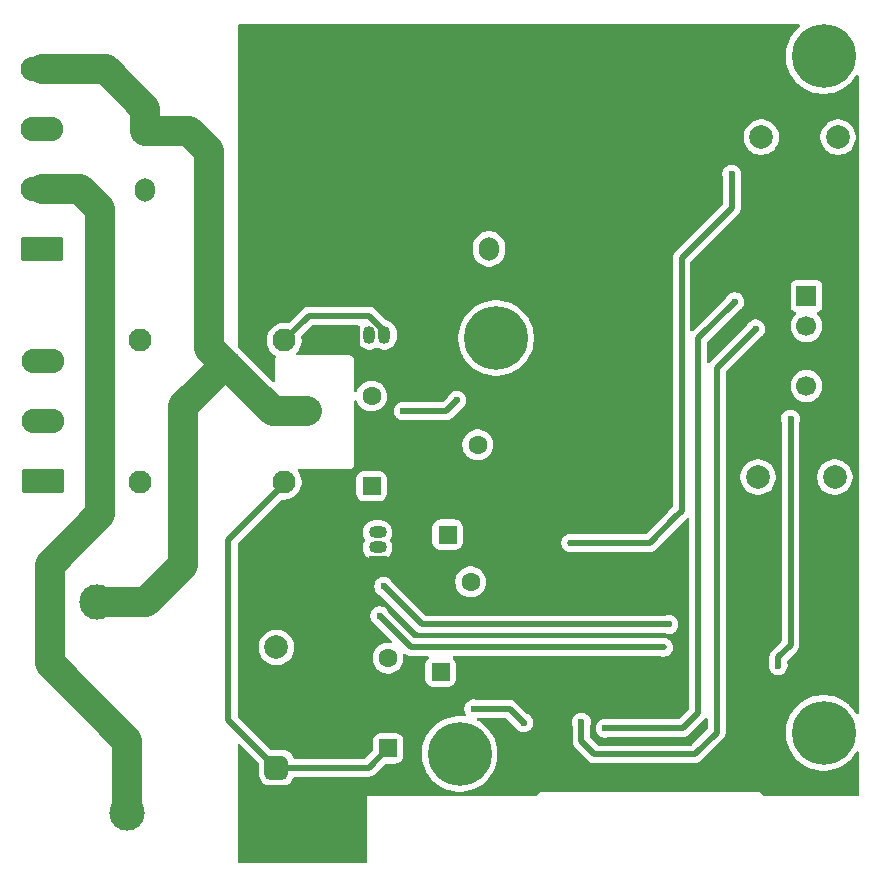
<source format=gbr>
%TF.GenerationSoftware,KiCad,Pcbnew,9.0.6*%
%TF.CreationDate,2025-12-27T10:25:56+05:30*%
%TF.ProjectId,30A_Home_Automation_with_ESP32,3330415f-486f-46d6-955f-4175746f6d61,rev?*%
%TF.SameCoordinates,Original*%
%TF.FileFunction,Copper,L2,Bot*%
%TF.FilePolarity,Positive*%
%FSLAX46Y46*%
G04 Gerber Fmt 4.6, Leading zero omitted, Abs format (unit mm)*
G04 Created by KiCad (PCBNEW 9.0.6) date 2025-12-27 10:25:56*
%MOMM*%
%LPD*%
G01*
G04 APERTURE LIST*
G04 Aperture macros list*
%AMRoundRect*
0 Rectangle with rounded corners*
0 $1 Rounding radius*
0 $2 $3 $4 $5 $6 $7 $8 $9 X,Y pos of 4 corners*
0 Add a 4 corners polygon primitive as box body*
4,1,4,$2,$3,$4,$5,$6,$7,$8,$9,$2,$3,0*
0 Add four circle primitives for the rounded corners*
1,1,$1+$1,$2,$3*
1,1,$1+$1,$4,$5*
1,1,$1+$1,$6,$7*
1,1,$1+$1,$8,$9*
0 Add four rect primitives between the rounded corners*
20,1,$1+$1,$2,$3,$4,$5,0*
20,1,$1+$1,$4,$5,$6,$7,0*
20,1,$1+$1,$6,$7,$8,$9,0*
20,1,$1+$1,$8,$9,$2,$3,0*%
G04 Aperture macros list end*
%TA.AperFunction,ComponentPad*%
%ADD10RoundRect,0.250000X-0.600000X-0.750000X0.600000X-0.750000X0.600000X0.750000X-0.600000X0.750000X0*%
%TD*%
%TA.AperFunction,ComponentPad*%
%ADD11O,1.700000X2.000000*%
%TD*%
%TA.AperFunction,ComponentPad*%
%ADD12RoundRect,0.250000X0.550000X-0.550000X0.550000X0.550000X-0.550000X0.550000X-0.550000X-0.550000X0*%
%TD*%
%TA.AperFunction,ComponentPad*%
%ADD13C,1.600000*%
%TD*%
%TA.AperFunction,ComponentPad*%
%ADD14RoundRect,0.249999X1.550001X-0.790001X1.550001X0.790001X-1.550001X0.790001X-1.550001X-0.790001X0*%
%TD*%
%TA.AperFunction,ComponentPad*%
%ADD15O,3.600000X2.080000*%
%TD*%
%TA.AperFunction,ComponentPad*%
%ADD16C,2.000000*%
%TD*%
%TA.AperFunction,ComponentPad*%
%ADD17C,3.000000*%
%TD*%
%TA.AperFunction,ComponentPad*%
%ADD18RoundRect,0.500000X-0.500000X-0.500000X0.500000X-0.500000X0.500000X0.500000X-0.500000X0.500000X0*%
%TD*%
%TA.AperFunction,HeatsinkPad*%
%ADD19C,0.600000*%
%TD*%
%TA.AperFunction,ComponentPad*%
%ADD20C,0.800000*%
%TD*%
%TA.AperFunction,ComponentPad*%
%ADD21C,5.400000*%
%TD*%
%TA.AperFunction,ComponentPad*%
%ADD22C,1.950000*%
%TD*%
%TA.AperFunction,ComponentPad*%
%ADD23R,1.700000X1.700000*%
%TD*%
%TA.AperFunction,ComponentPad*%
%ADD24C,1.700000*%
%TD*%
%TA.AperFunction,ComponentPad*%
%ADD25R,1.500000X1.050000*%
%TD*%
%TA.AperFunction,ComponentPad*%
%ADD26O,1.500000X1.050000*%
%TD*%
%TA.AperFunction,ComponentPad*%
%ADD27R,1.050000X1.500000*%
%TD*%
%TA.AperFunction,ComponentPad*%
%ADD28O,1.050000X1.500000*%
%TD*%
%TA.AperFunction,ViaPad*%
%ADD29C,0.600000*%
%TD*%
%TA.AperFunction,Conductor*%
%ADD30C,0.500000*%
%TD*%
%TA.AperFunction,Conductor*%
%ADD31C,2.500000*%
%TD*%
G04 APERTURE END LIST*
D10*
%TO.P,PS1,1,AC/L*%
%TO.N,/P*%
X124787500Y-59725000D03*
D11*
%TO.P,PS1,2,AC/N*%
%TO.N,/N*%
X124787500Y-64725000D03*
%TO.P,PS1,3,-Vout*%
%TO.N,GND*%
X153867500Y-54725000D03*
%TO.P,PS1,4,+Vout*%
%TO.N,/5V*%
X153867500Y-69725000D03*
%TD*%
D12*
%TO.P,U3,1*%
%TO.N,Net-(R2-Pad1)*%
X150375000Y-93930000D03*
D13*
%TO.P,U3,2*%
%TO.N,GND*%
X152915000Y-93930000D03*
%TO.P,U3,3*%
%TO.N,Net-(R4-Pad1)*%
X152915000Y-86310000D03*
%TO.P,U3,4*%
%TO.N,GND*%
X150375000Y-86310000D03*
%TD*%
D12*
%TO.P,D3,1,K*%
%TO.N,/5V*%
X143925000Y-89810000D03*
D13*
%TO.P,D3,2,A*%
%TO.N,Net-(D3-A)*%
X143925000Y-82190000D03*
%TD*%
D14*
%TO.P,J3,1,Pin_1*%
%TO.N,/IN1*%
X116075000Y-89400000D03*
D15*
%TO.P,J3,2,Pin_2*%
%TO.N,/IN2*%
X116075000Y-84320000D03*
%TO.P,J3,3,Pin_3*%
%TO.N,GND*%
X116075000Y-79240000D03*
%TD*%
D14*
%TO.P,J2,1,Pin_1*%
%TO.N,/L2*%
X116050000Y-69775000D03*
D15*
%TO.P,J2,2,Pin_2*%
%TO.N,/L1*%
X116050000Y-64695000D03*
%TO.P,J2,3,Pin_3*%
%TO.N,/N*%
X116050000Y-59615000D03*
%TO.P,J2,4,Pin_4*%
%TO.N,/P*%
X116050000Y-54535000D03*
%TD*%
D16*
%TO.P,SW1,1,1*%
%TO.N,/BOOT*%
X176925000Y-60265000D03*
X183425000Y-60265000D03*
%TO.P,SW1,2,2*%
%TO.N,GND*%
X176925000Y-64765000D03*
X183425000Y-64765000D03*
%TD*%
D17*
%TO.P,K1,13*%
%TO.N,/L1*%
X123215000Y-117450000D03*
%TO.P,K1,14*%
%TO.N,/P*%
X120675000Y-99650000D03*
D18*
%TO.P,K1,A1*%
%TO.N,/5V*%
X135875000Y-113650000D03*
D16*
%TO.P,K1,A2*%
%TO.N,Net-(D2-A)*%
X135875000Y-103450000D03*
%TD*%
D19*
%TO.P,U1,39,GND*%
%TO.N,GND*%
X169730000Y-107957500D03*
X169730000Y-106432500D03*
X168967500Y-108720000D03*
X168967500Y-107195000D03*
X168967500Y-105670000D03*
X168205000Y-107957500D03*
X168205000Y-106432500D03*
X167442500Y-108720000D03*
X167442500Y-107195000D03*
X167442500Y-105670000D03*
X166680000Y-107957500D03*
X166680000Y-106432500D03*
%TD*%
D20*
%TO.P,H4,1,1*%
%TO.N,unconnected-(H4-Pad1)*%
X180175000Y-110700000D03*
X180768109Y-109268109D03*
X180768109Y-112131891D03*
X182200000Y-108675000D03*
D21*
X182200000Y-110700000D03*
D20*
X182200000Y-112725000D03*
X183631891Y-109268109D03*
X183631891Y-112131891D03*
X184225000Y-110700000D03*
%TD*%
%TO.P,H2,1,1*%
%TO.N,unconnected-(H2-Pad1)*%
X149356891Y-112481891D03*
X149950000Y-111050000D03*
X149950000Y-113913782D03*
X151381891Y-110456891D03*
D21*
X151381891Y-112481891D03*
D20*
X151381891Y-114506891D03*
X152813782Y-111050000D03*
X152813782Y-113913782D03*
X153406891Y-112481891D03*
%TD*%
D22*
%TO.P,K2,A1*%
%TO.N,/5V*%
X136525000Y-89475000D03*
%TO.P,K2,A2*%
%TO.N,Net-(D3-A)*%
X136525000Y-77475000D03*
%TO.P,K2,COM*%
%TO.N,/P*%
X138525000Y-83475000D03*
%TO.P,K2,NC*%
%TO.N,unconnected-(K2-PadNC)*%
X124325000Y-89475000D03*
%TO.P,K2,NO*%
%TO.N,/L2*%
X124325000Y-77475000D03*
%TD*%
D20*
%TO.P,H1,1,1*%
%TO.N,unconnected-(H1-Pad1)*%
X152450000Y-77275000D03*
X153043109Y-75843109D03*
X153043109Y-78706891D03*
X154475000Y-75250000D03*
D21*
X154475000Y-77275000D03*
D20*
X154475000Y-79300000D03*
X155906891Y-75843109D03*
X155906891Y-78706891D03*
X156500000Y-77275000D03*
%TD*%
%TO.P,H3,1,1*%
%TO.N,unconnected-(H3-Pad1)*%
X180175000Y-53406891D03*
X180768109Y-51975000D03*
X180768109Y-54838782D03*
X182200000Y-51381891D03*
D21*
X182200000Y-53406891D03*
D20*
X182200000Y-55431891D03*
X183631891Y-51975000D03*
X183631891Y-54838782D03*
X184225000Y-53406891D03*
%TD*%
D12*
%TO.P,D2,1,K*%
%TO.N,/5V*%
X145325000Y-111995000D03*
D13*
%TO.P,D2,2,A*%
%TO.N,Net-(D2-A)*%
X145325000Y-104375000D03*
%TD*%
D23*
%TO.P,J1,1,Pin_1*%
%TO.N,/TXD*%
X180750000Y-73710000D03*
D24*
%TO.P,J1,2,Pin_2*%
%TO.N,/RXD*%
X180750000Y-76250000D03*
%TO.P,J1,3,Pin_3*%
%TO.N,GND*%
X180750000Y-78790000D03*
%TO.P,J1,4,Pin_4*%
%TO.N,/3V3*%
X180750000Y-81330000D03*
%TD*%
D25*
%TO.P,Q1,1,E*%
%TO.N,GND*%
X144435000Y-96265000D03*
D26*
%TO.P,Q1,2,B*%
%TO.N,Net-(Q1-B)*%
X144435000Y-94995000D03*
%TO.P,Q1,3,C*%
%TO.N,Net-(D2-A)*%
X144435000Y-93725000D03*
%TD*%
D12*
%TO.P,U2,1*%
%TO.N,Net-(R1-Pad1)*%
X149775000Y-105530000D03*
D13*
%TO.P,U2,2*%
%TO.N,GND*%
X152315000Y-105530000D03*
%TO.P,U2,3*%
%TO.N,Net-(R3-Pad2)*%
X152315000Y-97910000D03*
%TO.P,U2,4*%
%TO.N,GND*%
X149775000Y-97910000D03*
%TD*%
D16*
%TO.P,SW2,1,1*%
%TO.N,/EW*%
X176650000Y-89040000D03*
X183150000Y-89040000D03*
%TO.P,SW2,2,2*%
%TO.N,GND*%
X176650000Y-93540000D03*
X183150000Y-93540000D03*
%TD*%
D27*
%TO.P,Q2,1,E*%
%TO.N,GND*%
X142480000Y-77010000D03*
D28*
%TO.P,Q2,2,B*%
%TO.N,Net-(Q2-B)*%
X143750000Y-77010000D03*
%TO.P,Q2,3,C*%
%TO.N,Net-(D3-A)*%
X145020000Y-77010000D03*
%TD*%
D29*
%TO.N,/5V*%
X151150000Y-82550000D03*
X146625000Y-83450000D03*
%TO.N,GND*%
X163150000Y-51100000D03*
X158600000Y-51050000D03*
%TO.N,/3V3*%
X179400000Y-84125000D03*
X178350000Y-105000000D03*
%TO.N,/RXD*%
X176450000Y-76500000D03*
X161700000Y-109800000D03*
%TO.N,/TXD*%
X163700000Y-110300000D03*
X174675000Y-74200000D03*
%TO.N,/IN1*%
X168625000Y-103450000D03*
X144612500Y-100787500D03*
%TO.N,/IN2*%
X144950000Y-98300000D03*
X169100000Y-101525000D03*
%TO.N,/R1*%
X156800000Y-109850000D03*
X152575000Y-108675000D03*
%TO.N,/BOOT*%
X160800000Y-94625000D03*
X174425000Y-63400000D03*
%TD*%
D30*
%TO.N,/5V*%
X146625000Y-83450000D02*
X150250000Y-83450000D01*
X150250000Y-83450000D02*
X151150000Y-82550000D01*
X135875000Y-113650000D02*
X131800000Y-109575000D01*
X136525000Y-89650000D02*
X136525000Y-89475000D01*
X143670000Y-113650000D02*
X145325000Y-111995000D01*
X135875000Y-113650000D02*
X143670000Y-113650000D01*
X131800000Y-94375000D02*
X136525000Y-89650000D01*
X131800000Y-109575000D02*
X131800000Y-94375000D01*
%TO.N,/3V3*%
X178350000Y-104300000D02*
X179400000Y-103250000D01*
X179400000Y-103250000D02*
X179400000Y-84125000D01*
X178350000Y-105000000D02*
X178350000Y-104300000D01*
%TO.N,Net-(D3-A)*%
X136525000Y-77475000D02*
X138600000Y-75400000D01*
X145020000Y-77345272D02*
X145020000Y-77010000D01*
X143745272Y-75400000D02*
X144726000Y-76380728D01*
X144726000Y-76380728D02*
X144726000Y-77051272D01*
X138600000Y-75400000D02*
X143745272Y-75400000D01*
X144726000Y-77051272D02*
X145020000Y-77345272D01*
%TO.N,/RXD*%
X173150000Y-110675000D02*
X171300000Y-112525000D01*
X161700000Y-111425000D02*
X161700000Y-109800000D01*
X176450000Y-76500000D02*
X173150000Y-79800000D01*
X173150000Y-79800000D02*
X173150000Y-110675000D01*
X162800000Y-112525000D02*
X161700000Y-111425000D01*
X171300000Y-112525000D02*
X170975000Y-112525000D01*
X170975000Y-112525000D02*
X162800000Y-112525000D01*
%TO.N,/TXD*%
X171575000Y-108175000D02*
X171575000Y-77300000D01*
X171575000Y-108175000D02*
X171575000Y-109000000D01*
X170275000Y-110300000D02*
X163700000Y-110300000D01*
X171575000Y-77300000D02*
X174675000Y-74200000D01*
X170775000Y-109800000D02*
X170275000Y-110300000D01*
X171575000Y-109000000D02*
X170775000Y-109800000D01*
D31*
%TO.N,/L1*%
X119270000Y-64695000D02*
X120925000Y-66350000D01*
X123215000Y-111365000D02*
X123215000Y-117450000D01*
X116675000Y-96450000D02*
X116675000Y-104825000D01*
X120925000Y-66350000D02*
X120925000Y-92200000D01*
X116050000Y-64695000D02*
X119270000Y-64695000D01*
X116675000Y-104825000D02*
X123215000Y-111365000D01*
X120925000Y-92200000D02*
X116675000Y-96450000D01*
%TO.N,/P*%
X130200000Y-61425000D02*
X130200000Y-78076288D01*
X128000000Y-83050000D02*
X131586856Y-79463144D01*
X130200000Y-78076288D02*
X135598712Y-83475000D01*
X124850000Y-99650000D02*
X128000000Y-96500000D01*
X124787500Y-59725000D02*
X128500000Y-59725000D01*
X121460000Y-54535000D02*
X124787500Y-57862500D01*
X135598712Y-83475000D02*
X138450000Y-83475000D01*
X120675000Y-99650000D02*
X124850000Y-99650000D01*
X116050000Y-54535000D02*
X121460000Y-54535000D01*
X128000000Y-96500000D02*
X128000000Y-83050000D01*
X128500000Y-59725000D02*
X130200000Y-61425000D01*
X124787500Y-57862500D02*
X124787500Y-59725000D01*
D30*
%TO.N,/IN1*%
X168625000Y-103450000D02*
X168700000Y-103450000D01*
X147275000Y-103450000D02*
X168625000Y-103450000D01*
X144612500Y-100787500D02*
X147275000Y-103450000D01*
%TO.N,/IN2*%
X148175000Y-101525000D02*
X169100000Y-101525000D01*
X144950000Y-98300000D02*
X148175000Y-101525000D01*
%TO.N,/R1*%
X155625000Y-108675000D02*
X156800000Y-109850000D01*
X152575000Y-108675000D02*
X155625000Y-108675000D01*
%TO.N,/BOOT*%
X174425000Y-66250000D02*
X170175000Y-70500000D01*
X169650000Y-92450000D02*
X167475000Y-94625000D01*
X170175000Y-91900000D02*
X169650000Y-92425000D01*
X167475000Y-94625000D02*
X160800000Y-94625000D01*
X170175000Y-70500000D02*
X170175000Y-91900000D01*
X160800000Y-94625000D02*
X160750000Y-94625000D01*
X174425000Y-63400000D02*
X174425000Y-66250000D01*
X169650000Y-92425000D02*
X169650000Y-92450000D01*
%TD*%
%TA.AperFunction,Conductor*%
%TO.N,GND*%
G36*
X180164531Y-50727075D02*
G01*
X180210286Y-50779879D01*
X180220230Y-50849037D01*
X180191205Y-50912593D01*
X180174804Y-50928337D01*
X180064003Y-51016696D01*
X179809811Y-51270888D01*
X179585684Y-51551936D01*
X179394432Y-51856311D01*
X179238465Y-52180179D01*
X179119741Y-52519471D01*
X179119737Y-52519483D01*
X179039748Y-52869939D01*
X179039746Y-52869955D01*
X178999500Y-53227150D01*
X178999500Y-53586631D01*
X179039746Y-53943826D01*
X179039748Y-53943842D01*
X179119737Y-54294298D01*
X179119741Y-54294310D01*
X179238465Y-54633602D01*
X179394432Y-54957470D01*
X179407297Y-54977944D01*
X179585685Y-55261847D01*
X179809812Y-55542894D01*
X180063997Y-55797079D01*
X180345044Y-56021206D01*
X180649418Y-56212457D01*
X180973292Y-56368427D01*
X181228119Y-56457594D01*
X181312580Y-56487149D01*
X181312592Y-56487153D01*
X181663052Y-56567143D01*
X182020260Y-56607390D01*
X182020261Y-56607391D01*
X182020264Y-56607391D01*
X182379739Y-56607391D01*
X182379739Y-56607390D01*
X182736948Y-56567143D01*
X183087408Y-56487153D01*
X183426708Y-56368427D01*
X183750582Y-56212457D01*
X184054956Y-56021206D01*
X184336003Y-55797079D01*
X184590188Y-55542894D01*
X184814315Y-55261847D01*
X184963617Y-55024233D01*
X185015951Y-54977944D01*
X185085004Y-54967295D01*
X185148852Y-54995671D01*
X185187225Y-55054060D01*
X185192610Y-55090207D01*
X185192610Y-109016683D01*
X185172925Y-109083722D01*
X185120121Y-109129477D01*
X185050963Y-109139421D01*
X184987407Y-109110396D01*
X184963616Y-109082655D01*
X184945719Y-109054172D01*
X184814315Y-108845044D01*
X184590188Y-108563997D01*
X184336003Y-108309812D01*
X184318466Y-108295827D01*
X184264626Y-108252891D01*
X184054956Y-108085685D01*
X183767813Y-107905261D01*
X183750579Y-107894432D01*
X183426711Y-107738465D01*
X183087419Y-107619741D01*
X183087407Y-107619737D01*
X182736951Y-107539748D01*
X182736935Y-107539746D01*
X182379740Y-107499500D01*
X182379736Y-107499500D01*
X182020264Y-107499500D01*
X182020259Y-107499500D01*
X181663064Y-107539746D01*
X181663048Y-107539748D01*
X181312592Y-107619737D01*
X181312580Y-107619741D01*
X180973288Y-107738465D01*
X180649420Y-107894432D01*
X180345045Y-108085684D01*
X180063997Y-108309811D01*
X179809811Y-108563997D01*
X179585684Y-108845045D01*
X179394432Y-109149420D01*
X179238465Y-109473288D01*
X179119741Y-109812580D01*
X179119737Y-109812592D01*
X179039748Y-110163048D01*
X179039746Y-110163064D01*
X178999500Y-110520259D01*
X178999500Y-110879740D01*
X179039746Y-111236935D01*
X179039748Y-111236951D01*
X179119737Y-111587407D01*
X179119741Y-111587419D01*
X179238465Y-111926711D01*
X179394432Y-112250579D01*
X179406918Y-112270450D01*
X179585685Y-112554956D01*
X179809812Y-112836003D01*
X180063997Y-113090188D01*
X180345044Y-113314315D01*
X180649418Y-113505566D01*
X180973292Y-113661536D01*
X181228119Y-113750703D01*
X181312580Y-113780258D01*
X181312592Y-113780262D01*
X181663052Y-113860252D01*
X182020260Y-113900499D01*
X182020261Y-113900500D01*
X182020264Y-113900500D01*
X182379739Y-113900500D01*
X182379739Y-113900499D01*
X182736948Y-113860252D01*
X183087408Y-113780262D01*
X183426708Y-113661536D01*
X183750582Y-113505566D01*
X184054956Y-113314315D01*
X184336003Y-113090188D01*
X184590188Y-112836003D01*
X184814315Y-112554956D01*
X184963617Y-112317342D01*
X185015951Y-112271053D01*
X185085004Y-112260404D01*
X185148852Y-112288780D01*
X185187225Y-112347169D01*
X185192610Y-112383316D01*
X185192610Y-115961000D01*
X185172925Y-116028039D01*
X185120121Y-116073794D01*
X185068610Y-116085000D01*
X177207073Y-116085000D01*
X177140034Y-116065315D01*
X177094279Y-116012511D01*
X177087300Y-115993101D01*
X177077923Y-115958104D01*
X177020998Y-115859506D01*
X176940494Y-115779002D01*
X176841896Y-115722077D01*
X176841897Y-115722077D01*
X176814403Y-115714710D01*
X176731925Y-115692610D01*
X158431925Y-115692610D01*
X158318075Y-115692610D01*
X158235596Y-115714710D01*
X158208103Y-115722077D01*
X158109507Y-115779001D01*
X158109504Y-115779003D01*
X158029003Y-115859504D01*
X158029001Y-115859507D01*
X157972077Y-115958103D01*
X157972077Y-115958104D01*
X157962700Y-115993095D01*
X157926337Y-116052754D01*
X157863490Y-116083283D01*
X157842927Y-116085000D01*
X143525000Y-116085000D01*
X143525000Y-121588610D01*
X143505315Y-121655649D01*
X143452511Y-121701404D01*
X143401000Y-121712610D01*
X132724000Y-121712610D01*
X132656961Y-121692925D01*
X132611206Y-121640121D01*
X132600000Y-121588610D01*
X132600000Y-111735729D01*
X132619685Y-111668690D01*
X132672489Y-111622935D01*
X132741647Y-111612991D01*
X132805203Y-111642016D01*
X132811681Y-111648048D01*
X134338181Y-113174548D01*
X134371666Y-113235871D01*
X134374500Y-113262229D01*
X134374500Y-114208028D01*
X134374501Y-114208034D01*
X134385113Y-114327415D01*
X134441089Y-114523045D01*
X134441090Y-114523048D01*
X134441091Y-114523049D01*
X134535302Y-114703407D01*
X134535304Y-114703409D01*
X134663890Y-114861109D01*
X134757803Y-114937684D01*
X134821593Y-114989698D01*
X135001951Y-115083909D01*
X135197582Y-115139886D01*
X135316963Y-115150500D01*
X136433036Y-115150499D01*
X136552418Y-115139886D01*
X136748049Y-115083909D01*
X136928407Y-114989698D01*
X137086109Y-114861109D01*
X137214698Y-114703407D01*
X137308909Y-114523049D01*
X137308911Y-114523043D01*
X137318256Y-114490387D01*
X137355624Y-114431349D01*
X137418978Y-114401887D01*
X137437471Y-114400500D01*
X143743920Y-114400500D01*
X143841462Y-114381096D01*
X143888913Y-114371658D01*
X144025495Y-114315084D01*
X144074729Y-114282186D01*
X144148416Y-114232952D01*
X145049548Y-113331817D01*
X145110871Y-113298333D01*
X145137229Y-113295499D01*
X145925002Y-113295499D01*
X145925008Y-113295499D01*
X146027797Y-113284999D01*
X146194334Y-113229814D01*
X146343656Y-113137712D01*
X146467712Y-113013656D01*
X146559814Y-112864334D01*
X146614999Y-112697797D01*
X146625500Y-112595009D01*
X146625500Y-112302150D01*
X148181391Y-112302150D01*
X148181391Y-112661631D01*
X148221637Y-113018826D01*
X148221639Y-113018842D01*
X148301628Y-113369298D01*
X148301632Y-113369310D01*
X148420356Y-113708602D01*
X148576323Y-114032470D01*
X148576325Y-114032473D01*
X148767576Y-114336847D01*
X148991703Y-114617894D01*
X149245888Y-114872079D01*
X149526935Y-115096206D01*
X149831309Y-115287457D01*
X150155183Y-115443427D01*
X150410010Y-115532594D01*
X150494471Y-115562149D01*
X150494483Y-115562153D01*
X150844943Y-115642143D01*
X151202151Y-115682390D01*
X151202152Y-115682391D01*
X151202155Y-115682391D01*
X151561630Y-115682391D01*
X151561630Y-115682390D01*
X151918839Y-115642143D01*
X152269299Y-115562153D01*
X152608599Y-115443427D01*
X152932473Y-115287457D01*
X153236847Y-115096206D01*
X153517894Y-114872079D01*
X153772079Y-114617894D01*
X153996206Y-114336847D01*
X154187457Y-114032473D01*
X154343427Y-113708599D01*
X154462153Y-113369299D01*
X154542143Y-113018839D01*
X154582391Y-112661627D01*
X154582391Y-112302155D01*
X154542143Y-111944943D01*
X154462153Y-111594483D01*
X154459677Y-111587408D01*
X154356381Y-111292204D01*
X154343427Y-111255183D01*
X154187457Y-110931309D01*
X153996206Y-110626935D01*
X153772079Y-110345888D01*
X153517894Y-110091703D01*
X153503142Y-110079939D01*
X153444896Y-110033489D01*
X153236847Y-109867576D01*
X153003824Y-109721158D01*
X152932470Y-109676323D01*
X152901108Y-109661220D01*
X152849249Y-109614397D01*
X152830936Y-109546970D01*
X152851984Y-109480346D01*
X152905711Y-109435678D01*
X152954910Y-109425500D01*
X155262770Y-109425500D01*
X155329809Y-109445185D01*
X155350451Y-109461819D01*
X156053927Y-110165295D01*
X156080807Y-110205523D01*
X156090604Y-110229175D01*
X156090609Y-110229185D01*
X156178210Y-110360288D01*
X156178213Y-110360292D01*
X156289707Y-110471786D01*
X156289711Y-110471789D01*
X156420814Y-110559390D01*
X156420827Y-110559397D01*
X156566498Y-110619735D01*
X156566503Y-110619737D01*
X156721153Y-110650499D01*
X156721156Y-110650500D01*
X156721158Y-110650500D01*
X156878844Y-110650500D01*
X156878845Y-110650499D01*
X157033497Y-110619737D01*
X157179179Y-110559394D01*
X157310289Y-110471789D01*
X157421789Y-110360289D01*
X157509394Y-110229179D01*
X157512719Y-110221153D01*
X157535855Y-110165295D01*
X157569737Y-110083497D01*
X157600500Y-109928842D01*
X157600500Y-109771158D01*
X157600500Y-109771155D01*
X157600499Y-109771153D01*
X157582012Y-109678213D01*
X157569737Y-109616503D01*
X157568865Y-109614397D01*
X157509397Y-109470827D01*
X157509390Y-109470814D01*
X157421789Y-109339711D01*
X157421786Y-109339707D01*
X157310292Y-109228213D01*
X157310288Y-109228210D01*
X157179185Y-109140609D01*
X157179175Y-109140604D01*
X157155523Y-109130807D01*
X157115295Y-109103927D01*
X156103421Y-108092052D01*
X156103414Y-108092046D01*
X156029729Y-108042812D01*
X156029729Y-108042813D01*
X155980491Y-108009913D01*
X155843917Y-107953343D01*
X155843907Y-107953340D01*
X155698920Y-107924500D01*
X155698918Y-107924500D01*
X152879604Y-107924500D01*
X152832155Y-107915062D01*
X152808497Y-107905263D01*
X152808493Y-107905262D01*
X152808488Y-107905260D01*
X152653845Y-107874500D01*
X152653842Y-107874500D01*
X152496158Y-107874500D01*
X152496155Y-107874500D01*
X152341510Y-107905261D01*
X152341498Y-107905264D01*
X152195827Y-107965602D01*
X152195814Y-107965609D01*
X152064711Y-108053210D01*
X152064707Y-108053213D01*
X151953213Y-108164707D01*
X151953210Y-108164711D01*
X151865609Y-108295814D01*
X151865602Y-108295827D01*
X151805264Y-108441498D01*
X151805261Y-108441510D01*
X151774500Y-108596153D01*
X151774500Y-108753846D01*
X151805261Y-108908489D01*
X151805264Y-108908501D01*
X151865602Y-109054172D01*
X151865609Y-109054185D01*
X151906192Y-109114921D01*
X151927070Y-109181599D01*
X151908586Y-109248979D01*
X151856607Y-109295669D01*
X151789207Y-109307032D01*
X151561633Y-109281391D01*
X151561627Y-109281391D01*
X151202155Y-109281391D01*
X151202150Y-109281391D01*
X150844955Y-109321637D01*
X150844939Y-109321639D01*
X150494483Y-109401628D01*
X150494471Y-109401632D01*
X150155179Y-109520356D01*
X149831311Y-109676323D01*
X149526936Y-109867575D01*
X149245888Y-110091702D01*
X148991702Y-110345888D01*
X148767575Y-110626936D01*
X148576323Y-110931311D01*
X148420356Y-111255179D01*
X148301632Y-111594471D01*
X148301628Y-111594483D01*
X148221639Y-111944939D01*
X148221637Y-111944955D01*
X148181391Y-112302150D01*
X146625500Y-112302150D01*
X146625499Y-111944955D01*
X146625499Y-111394998D01*
X146625498Y-111394981D01*
X146614999Y-111292203D01*
X146614998Y-111292200D01*
X146569009Y-111153416D01*
X146559814Y-111125666D01*
X146467712Y-110976344D01*
X146343656Y-110852288D01*
X146194334Y-110760186D01*
X146027797Y-110705001D01*
X146027795Y-110705000D01*
X145925010Y-110694500D01*
X144724998Y-110694500D01*
X144724981Y-110694501D01*
X144622203Y-110705000D01*
X144622200Y-110705001D01*
X144455668Y-110760185D01*
X144455663Y-110760187D01*
X144306342Y-110852289D01*
X144182289Y-110976342D01*
X144090187Y-111125663D01*
X144090185Y-111125668D01*
X144080990Y-111153418D01*
X144035001Y-111292203D01*
X144035001Y-111292204D01*
X144035000Y-111292204D01*
X144024500Y-111394983D01*
X144024500Y-112182769D01*
X144004815Y-112249808D01*
X143988181Y-112270450D01*
X143395451Y-112863181D01*
X143334128Y-112896666D01*
X143307770Y-112899500D01*
X137437471Y-112899500D01*
X137370432Y-112879815D01*
X137324677Y-112827011D01*
X137318256Y-112809613D01*
X137308911Y-112776956D01*
X137308909Y-112776953D01*
X137308909Y-112776951D01*
X137214698Y-112596593D01*
X137162684Y-112532803D01*
X137086109Y-112438890D01*
X136928409Y-112310304D01*
X136928410Y-112310304D01*
X136928407Y-112310302D01*
X136748049Y-112216091D01*
X136748048Y-112216090D01*
X136748045Y-112216089D01*
X136630829Y-112182550D01*
X136552418Y-112160114D01*
X136552415Y-112160113D01*
X136552413Y-112160113D01*
X136479631Y-112153642D01*
X136433037Y-112149500D01*
X136433033Y-112149500D01*
X135487230Y-112149500D01*
X135420191Y-112129815D01*
X135399549Y-112113181D01*
X132636319Y-109349951D01*
X132602834Y-109288628D01*
X132600000Y-109262270D01*
X132600000Y-103331902D01*
X134374500Y-103331902D01*
X134374500Y-103568097D01*
X134411446Y-103801368D01*
X134484433Y-104025996D01*
X134558653Y-104171659D01*
X134591657Y-104236433D01*
X134730483Y-104427510D01*
X134897490Y-104594517D01*
X135088567Y-104733343D01*
X135153653Y-104766506D01*
X135299003Y-104840566D01*
X135299005Y-104840566D01*
X135299008Y-104840568D01*
X135402575Y-104874219D01*
X135523631Y-104913553D01*
X135756903Y-104950500D01*
X135756908Y-104950500D01*
X135993097Y-104950500D01*
X136226368Y-104913553D01*
X136450992Y-104840568D01*
X136661433Y-104733343D01*
X136852510Y-104594517D01*
X137019517Y-104427510D01*
X137158343Y-104236433D01*
X137265568Y-104025992D01*
X137338553Y-103801368D01*
X137350107Y-103728419D01*
X137375500Y-103568097D01*
X137375500Y-103331902D01*
X137338553Y-103098631D01*
X137286728Y-102939132D01*
X137265568Y-102874008D01*
X137265566Y-102874005D01*
X137265566Y-102874003D01*
X137197594Y-102740602D01*
X137158343Y-102663567D01*
X137019517Y-102472490D01*
X136852510Y-102305483D01*
X136661433Y-102166657D01*
X136616466Y-102143745D01*
X136450996Y-102059433D01*
X136226368Y-101986446D01*
X135993097Y-101949500D01*
X135993092Y-101949500D01*
X135756908Y-101949500D01*
X135756903Y-101949500D01*
X135523631Y-101986446D01*
X135299003Y-102059433D01*
X135088566Y-102166657D01*
X135020534Y-102216086D01*
X134897490Y-102305483D01*
X134897488Y-102305485D01*
X134897487Y-102305485D01*
X134730485Y-102472487D01*
X134730485Y-102472488D01*
X134730483Y-102472490D01*
X134670862Y-102554550D01*
X134591657Y-102663566D01*
X134484433Y-102874003D01*
X134411446Y-103098631D01*
X134374500Y-103331902D01*
X132600000Y-103331902D01*
X132600000Y-100708653D01*
X143812000Y-100708653D01*
X143812000Y-100866346D01*
X143842761Y-101020989D01*
X143842764Y-101021001D01*
X143903102Y-101166672D01*
X143903109Y-101166685D01*
X143990710Y-101297788D01*
X143990713Y-101297792D01*
X144102210Y-101409289D01*
X144157389Y-101446158D01*
X144233321Y-101496894D01*
X144256975Y-101506691D01*
X144297203Y-101533571D01*
X145645583Y-102881951D01*
X145679068Y-102943274D01*
X145674084Y-103012966D01*
X145632212Y-103068899D01*
X145566748Y-103093316D01*
X145538504Y-103092105D01*
X145520023Y-103089177D01*
X145427352Y-103074500D01*
X145222648Y-103074500D01*
X145198329Y-103078351D01*
X145020465Y-103106522D01*
X144825776Y-103169781D01*
X144643386Y-103262715D01*
X144477786Y-103383028D01*
X144333028Y-103527786D01*
X144212715Y-103693386D01*
X144119781Y-103875776D01*
X144056522Y-104070465D01*
X144024500Y-104272648D01*
X144024500Y-104477351D01*
X144056522Y-104679534D01*
X144119781Y-104874223D01*
X144212715Y-105056613D01*
X144333028Y-105222213D01*
X144477786Y-105366971D01*
X144632749Y-105479556D01*
X144643390Y-105487287D01*
X144759607Y-105546503D01*
X144825776Y-105580218D01*
X144825778Y-105580218D01*
X144825781Y-105580220D01*
X144930137Y-105614127D01*
X145020465Y-105643477D01*
X145121557Y-105659488D01*
X145222648Y-105675500D01*
X145222649Y-105675500D01*
X145427351Y-105675500D01*
X145427352Y-105675500D01*
X145629534Y-105643477D01*
X145824219Y-105580220D01*
X146006610Y-105487287D01*
X146099590Y-105419732D01*
X146172213Y-105366971D01*
X146172215Y-105366968D01*
X146172219Y-105366966D01*
X146316966Y-105222219D01*
X146316968Y-105222215D01*
X146316971Y-105222213D01*
X146369732Y-105149590D01*
X146437287Y-105056610D01*
X146530220Y-104874219D01*
X146593477Y-104679534D01*
X146625500Y-104477352D01*
X146625500Y-104272648D01*
X146607140Y-104156731D01*
X146609189Y-104140874D01*
X146606212Y-104125158D01*
X146613575Y-104106933D01*
X146616094Y-104087441D01*
X146626394Y-104075204D01*
X146632386Y-104060376D01*
X146648431Y-104049026D01*
X146661090Y-104033989D01*
X146676370Y-104029264D01*
X146689428Y-104020028D01*
X146709063Y-104019155D01*
X146727841Y-104013349D01*
X146744063Y-104017599D01*
X146759229Y-104016925D01*
X146785233Y-104028385D01*
X146791953Y-104030146D01*
X146796317Y-104032684D01*
X146796584Y-104032951D01*
X146919505Y-104115084D01*
X146976080Y-104138518D01*
X147056088Y-104171659D01*
X147172241Y-104194763D01*
X147191468Y-104198587D01*
X147201081Y-104200500D01*
X147201082Y-104200500D01*
X147201083Y-104200500D01*
X147348918Y-104200500D01*
X148643770Y-104200500D01*
X148710809Y-104220185D01*
X148756564Y-104272989D01*
X148766508Y-104342147D01*
X148737483Y-104405703D01*
X148731451Y-104412181D01*
X148632289Y-104511342D01*
X148540187Y-104660663D01*
X148540185Y-104660668D01*
X148516103Y-104733343D01*
X148485001Y-104827203D01*
X148485001Y-104827204D01*
X148485000Y-104827204D01*
X148474500Y-104929983D01*
X148474500Y-106130001D01*
X148474501Y-106130018D01*
X148485000Y-106232796D01*
X148485001Y-106232799D01*
X148540185Y-106399331D01*
X148540186Y-106399334D01*
X148632288Y-106548656D01*
X148756344Y-106672712D01*
X148905666Y-106764814D01*
X149072203Y-106819999D01*
X149174991Y-106830500D01*
X150375008Y-106830499D01*
X150477797Y-106819999D01*
X150644334Y-106764814D01*
X150793656Y-106672712D01*
X150917712Y-106548656D01*
X151009814Y-106399334D01*
X151064999Y-106232797D01*
X151075500Y-106130009D01*
X151075499Y-104929992D01*
X151064999Y-104827203D01*
X151009814Y-104660666D01*
X150917712Y-104511344D01*
X150818549Y-104412181D01*
X150785064Y-104350858D01*
X150790048Y-104281166D01*
X150831920Y-104225233D01*
X150897384Y-104200816D01*
X150906230Y-104200500D01*
X168320396Y-104200500D01*
X168367844Y-104209937D01*
X168391503Y-104219737D01*
X168391508Y-104219738D01*
X168391511Y-104219739D01*
X168546153Y-104250499D01*
X168546156Y-104250500D01*
X168546158Y-104250500D01*
X168703844Y-104250500D01*
X168703845Y-104250499D01*
X168858497Y-104219737D01*
X169004179Y-104159394D01*
X169135289Y-104071789D01*
X169156857Y-104050220D01*
X169175656Y-104034794D01*
X169178416Y-104032951D01*
X169282951Y-103928416D01*
X169365084Y-103805495D01*
X169366794Y-103801368D01*
X169397011Y-103728416D01*
X169421658Y-103668913D01*
X169450500Y-103523918D01*
X169450500Y-103376082D01*
X169450500Y-103376079D01*
X169421659Y-103231092D01*
X169421658Y-103231091D01*
X169421658Y-103231087D01*
X169398875Y-103176083D01*
X169365087Y-103094511D01*
X169365080Y-103094498D01*
X169282951Y-102971584D01*
X169282948Y-102971580D01*
X169178423Y-102867055D01*
X169178411Y-102867045D01*
X169175635Y-102865190D01*
X169156855Y-102849776D01*
X169135292Y-102828213D01*
X169135288Y-102828210D01*
X169004185Y-102740609D01*
X169004172Y-102740602D01*
X168858501Y-102680264D01*
X168858489Y-102680261D01*
X168703845Y-102649500D01*
X168703842Y-102649500D01*
X168546158Y-102649500D01*
X168546155Y-102649500D01*
X168391511Y-102680260D01*
X168391506Y-102680262D01*
X168391504Y-102680262D01*
X168391503Y-102680263D01*
X168367844Y-102690062D01*
X168320396Y-102699500D01*
X147637229Y-102699500D01*
X147570190Y-102679815D01*
X147549548Y-102663181D01*
X145358571Y-100472203D01*
X145331691Y-100431975D01*
X145321894Y-100408321D01*
X145321889Y-100408314D01*
X145234289Y-100277210D01*
X145122792Y-100165713D01*
X145122788Y-100165710D01*
X144991685Y-100078109D01*
X144991672Y-100078102D01*
X144846001Y-100017764D01*
X144845989Y-100017761D01*
X144691345Y-99987000D01*
X144691342Y-99987000D01*
X144533658Y-99987000D01*
X144533655Y-99987000D01*
X144379010Y-100017761D01*
X144378998Y-100017764D01*
X144233327Y-100078102D01*
X144233314Y-100078109D01*
X144102211Y-100165710D01*
X144102207Y-100165713D01*
X143990713Y-100277207D01*
X143990710Y-100277211D01*
X143903109Y-100408314D01*
X143903102Y-100408327D01*
X143842764Y-100553998D01*
X143842761Y-100554010D01*
X143812000Y-100708653D01*
X132600000Y-100708653D01*
X132600000Y-98221153D01*
X144149500Y-98221153D01*
X144149500Y-98378846D01*
X144180261Y-98533489D01*
X144180264Y-98533501D01*
X144240602Y-98679172D01*
X144240609Y-98679185D01*
X144328210Y-98810288D01*
X144328213Y-98810292D01*
X144439710Y-98921789D01*
X144570815Y-99009390D01*
X144570821Y-99009394D01*
X144594475Y-99019191D01*
X144634703Y-99046071D01*
X147696578Y-102107947D01*
X147696584Y-102107952D01*
X147754709Y-102146789D01*
X147819505Y-102190084D01*
X147876080Y-102213518D01*
X147956088Y-102246659D01*
X148072241Y-102269763D01*
X148091468Y-102273587D01*
X148101081Y-102275500D01*
X148101082Y-102275500D01*
X148101083Y-102275500D01*
X148248918Y-102275500D01*
X168795396Y-102275500D01*
X168842844Y-102284937D01*
X168866503Y-102294737D01*
X168866508Y-102294738D01*
X168866511Y-102294739D01*
X169021153Y-102325499D01*
X169021156Y-102325500D01*
X169021158Y-102325500D01*
X169178844Y-102325500D01*
X169178845Y-102325499D01*
X169333497Y-102294737D01*
X169479179Y-102234394D01*
X169610289Y-102146789D01*
X169721789Y-102035289D01*
X169809394Y-101904179D01*
X169869737Y-101758497D01*
X169900500Y-101603842D01*
X169900500Y-101446158D01*
X169900500Y-101446155D01*
X169900499Y-101446153D01*
X169869738Y-101291510D01*
X169869737Y-101291503D01*
X169869735Y-101291498D01*
X169809397Y-101145827D01*
X169809390Y-101145814D01*
X169721789Y-101014711D01*
X169721786Y-101014707D01*
X169610292Y-100903213D01*
X169610288Y-100903210D01*
X169479185Y-100815609D01*
X169479172Y-100815602D01*
X169333501Y-100755264D01*
X169333489Y-100755261D01*
X169178845Y-100724500D01*
X169178842Y-100724500D01*
X169021158Y-100724500D01*
X169021155Y-100724500D01*
X168866511Y-100755260D01*
X168866506Y-100755262D01*
X168866504Y-100755262D01*
X168866503Y-100755263D01*
X168842844Y-100765062D01*
X168795396Y-100774500D01*
X148537230Y-100774500D01*
X148470191Y-100754815D01*
X148449549Y-100738181D01*
X145696071Y-97984703D01*
X145676211Y-97958754D01*
X145672242Y-97951840D01*
X145659394Y-97920821D01*
X145583774Y-97807648D01*
X151014500Y-97807648D01*
X151014500Y-98012351D01*
X151046522Y-98214534D01*
X151109781Y-98409223D01*
X151202715Y-98591613D01*
X151323028Y-98757213D01*
X151467786Y-98901971D01*
X151615639Y-99009390D01*
X151633390Y-99022287D01*
X151749607Y-99081503D01*
X151815776Y-99115218D01*
X151815778Y-99115218D01*
X151815781Y-99115220D01*
X151920137Y-99149127D01*
X152010465Y-99178477D01*
X152111557Y-99194488D01*
X152212648Y-99210500D01*
X152212649Y-99210500D01*
X152417351Y-99210500D01*
X152417352Y-99210500D01*
X152619534Y-99178477D01*
X152814219Y-99115220D01*
X152996610Y-99022287D01*
X153134935Y-98921789D01*
X153162213Y-98901971D01*
X153162215Y-98901968D01*
X153162219Y-98901966D01*
X153306966Y-98757219D01*
X153306968Y-98757215D01*
X153306971Y-98757213D01*
X153363670Y-98679172D01*
X153427287Y-98591610D01*
X153520220Y-98409219D01*
X153583477Y-98214534D01*
X153615500Y-98012352D01*
X153615500Y-97807648D01*
X153583477Y-97605466D01*
X153578647Y-97590602D01*
X153554127Y-97515137D01*
X153520220Y-97410781D01*
X153520218Y-97410778D01*
X153520218Y-97410776D01*
X153486503Y-97344607D01*
X153427287Y-97228390D01*
X153419556Y-97217749D01*
X153306971Y-97062786D01*
X153162213Y-96918028D01*
X152996613Y-96797715D01*
X152996612Y-96797714D01*
X152996610Y-96797713D01*
X152939653Y-96768691D01*
X152814223Y-96704781D01*
X152619534Y-96641522D01*
X152444995Y-96613878D01*
X152417352Y-96609500D01*
X152212648Y-96609500D01*
X152188329Y-96613351D01*
X152010465Y-96641522D01*
X151815776Y-96704781D01*
X151633386Y-96797715D01*
X151467786Y-96918028D01*
X151323028Y-97062786D01*
X151202715Y-97228386D01*
X151109781Y-97410776D01*
X151046522Y-97605465D01*
X151014500Y-97807648D01*
X145583774Y-97807648D01*
X145571789Y-97789711D01*
X145571787Y-97789708D01*
X145460292Y-97678213D01*
X145460288Y-97678210D01*
X145329185Y-97590609D01*
X145329172Y-97590602D01*
X145183501Y-97530264D01*
X145183489Y-97530261D01*
X145028845Y-97499500D01*
X145028842Y-97499500D01*
X144871158Y-97499500D01*
X144871155Y-97499500D01*
X144716510Y-97530261D01*
X144716498Y-97530264D01*
X144570827Y-97590602D01*
X144570814Y-97590609D01*
X144439711Y-97678210D01*
X144439707Y-97678213D01*
X144328213Y-97789707D01*
X144328210Y-97789711D01*
X144240609Y-97920814D01*
X144240602Y-97920827D01*
X144180264Y-98066498D01*
X144180261Y-98066510D01*
X144149500Y-98221153D01*
X132600000Y-98221153D01*
X132600000Y-94687729D01*
X132619685Y-94620690D01*
X132636315Y-94600052D01*
X133612375Y-93623992D01*
X143184500Y-93623992D01*
X143184500Y-93826007D01*
X143223907Y-94024119D01*
X143223909Y-94024127D01*
X143301213Y-94210755D01*
X143354904Y-94291109D01*
X143375782Y-94357787D01*
X143357297Y-94425167D01*
X143354904Y-94428891D01*
X143301213Y-94509244D01*
X143223909Y-94695872D01*
X143223907Y-94695880D01*
X143184500Y-94893992D01*
X143184500Y-95096007D01*
X143223907Y-95294119D01*
X143223909Y-95294127D01*
X143301212Y-95480752D01*
X143301217Y-95480762D01*
X143413441Y-95648718D01*
X143556281Y-95791558D01*
X143724237Y-95903782D01*
X143724241Y-95903784D01*
X143724244Y-95903786D01*
X143910873Y-95981091D01*
X144108992Y-96020499D01*
X144108996Y-96020500D01*
X144108997Y-96020500D01*
X144761004Y-96020500D01*
X144761005Y-96020499D01*
X144959127Y-95981091D01*
X145145756Y-95903786D01*
X145313718Y-95791558D01*
X145456558Y-95648718D01*
X145568786Y-95480756D01*
X145646091Y-95294127D01*
X145685500Y-95096003D01*
X145685500Y-94893997D01*
X145646091Y-94695873D01*
X145568786Y-94509244D01*
X145515094Y-94428889D01*
X145494217Y-94362214D01*
X145512701Y-94294834D01*
X145515078Y-94291134D01*
X145568786Y-94210756D01*
X145646091Y-94024127D01*
X145685500Y-93826003D01*
X145685500Y-93623997D01*
X145646091Y-93425873D01*
X145606372Y-93329983D01*
X149074500Y-93329983D01*
X149074500Y-94530001D01*
X149074501Y-94530018D01*
X149085000Y-94632796D01*
X149085001Y-94632799D01*
X149140185Y-94799331D01*
X149140186Y-94799334D01*
X149232288Y-94948656D01*
X149356344Y-95072712D01*
X149505666Y-95164814D01*
X149672203Y-95219999D01*
X149774991Y-95230500D01*
X150975008Y-95230499D01*
X151077797Y-95219999D01*
X151244334Y-95164814D01*
X151393656Y-95072712D01*
X151517712Y-94948656D01*
X151609814Y-94799334D01*
X151664999Y-94632797D01*
X151673851Y-94546153D01*
X159999500Y-94546153D01*
X159999500Y-94703846D01*
X160030261Y-94858489D01*
X160030264Y-94858501D01*
X160090602Y-95004172D01*
X160090609Y-95004185D01*
X160178210Y-95135288D01*
X160178213Y-95135292D01*
X160289707Y-95246786D01*
X160289711Y-95246789D01*
X160420814Y-95334390D01*
X160420827Y-95334397D01*
X160520060Y-95375500D01*
X160566503Y-95394737D01*
X160721153Y-95425499D01*
X160721156Y-95425500D01*
X160721158Y-95425500D01*
X160878844Y-95425500D01*
X160878845Y-95425499D01*
X160955152Y-95410320D01*
X161033488Y-95394739D01*
X161033489Y-95394738D01*
X161033497Y-95394737D01*
X161057155Y-95384937D01*
X161104604Y-95375500D01*
X167548920Y-95375500D01*
X167646462Y-95356096D01*
X167693913Y-95346658D01*
X167830495Y-95290084D01*
X167889735Y-95250501D01*
X167953416Y-95207952D01*
X170232951Y-92928416D01*
X170276505Y-92863229D01*
X170291916Y-92844449D01*
X170612820Y-92523546D01*
X170674142Y-92490063D01*
X170743834Y-92495047D01*
X170799767Y-92536919D01*
X170824184Y-92602383D01*
X170824500Y-92611229D01*
X170824500Y-108637770D01*
X170804815Y-108704809D01*
X170788181Y-108725451D01*
X170000451Y-109513181D01*
X169939128Y-109546666D01*
X169912770Y-109549500D01*
X164004604Y-109549500D01*
X163957155Y-109540062D01*
X163933497Y-109530263D01*
X163933493Y-109530262D01*
X163933488Y-109530260D01*
X163778845Y-109499500D01*
X163778842Y-109499500D01*
X163621158Y-109499500D01*
X163621155Y-109499500D01*
X163466510Y-109530261D01*
X163466498Y-109530264D01*
X163320827Y-109590602D01*
X163320814Y-109590609D01*
X163189711Y-109678210D01*
X163189707Y-109678213D01*
X163078213Y-109789707D01*
X163078210Y-109789711D01*
X162990609Y-109920814D01*
X162990602Y-109920827D01*
X162930264Y-110066498D01*
X162930261Y-110066510D01*
X162899500Y-110221153D01*
X162899500Y-110378846D01*
X162930261Y-110533489D01*
X162930264Y-110533501D01*
X162990602Y-110679172D01*
X162990609Y-110679185D01*
X163078210Y-110810288D01*
X163078213Y-110810292D01*
X163189707Y-110921786D01*
X163189711Y-110921789D01*
X163320814Y-111009390D01*
X163320827Y-111009397D01*
X163420060Y-111050500D01*
X163466503Y-111069737D01*
X163621153Y-111100499D01*
X163621156Y-111100500D01*
X163621158Y-111100500D01*
X163778844Y-111100500D01*
X163778845Y-111100499D01*
X163855152Y-111085320D01*
X163933488Y-111069739D01*
X163933489Y-111069738D01*
X163933497Y-111069737D01*
X163957155Y-111059937D01*
X164004604Y-111050500D01*
X170348920Y-111050500D01*
X170449518Y-111030489D01*
X170493913Y-111021658D01*
X170630495Y-110965084D01*
X170699595Y-110918913D01*
X170753416Y-110882952D01*
X171357952Y-110278416D01*
X172157952Y-109478416D01*
X172172398Y-109456794D01*
X172226009Y-109411991D01*
X172295334Y-109403282D01*
X172358362Y-109433437D01*
X172395081Y-109492879D01*
X172399500Y-109525686D01*
X172399500Y-110312770D01*
X172379815Y-110379809D01*
X172363181Y-110400451D01*
X171025451Y-111738181D01*
X170964128Y-111771666D01*
X170937770Y-111774500D01*
X163162230Y-111774500D01*
X163095191Y-111754815D01*
X163074549Y-111738181D01*
X162486819Y-111150451D01*
X162453334Y-111089128D01*
X162450500Y-111062770D01*
X162450500Y-110104604D01*
X162459939Y-110057151D01*
X162461486Y-110053416D01*
X162469737Y-110033497D01*
X162500500Y-109878842D01*
X162500500Y-109721158D01*
X162500500Y-109721155D01*
X162500499Y-109721153D01*
X162491582Y-109676323D01*
X162469737Y-109566503D01*
X162458785Y-109540062D01*
X162409397Y-109420827D01*
X162409390Y-109420814D01*
X162321789Y-109289711D01*
X162321786Y-109289707D01*
X162210292Y-109178213D01*
X162210288Y-109178210D01*
X162079185Y-109090609D01*
X162079172Y-109090602D01*
X161933501Y-109030264D01*
X161933489Y-109030261D01*
X161778845Y-108999500D01*
X161778842Y-108999500D01*
X161621158Y-108999500D01*
X161621155Y-108999500D01*
X161466510Y-109030261D01*
X161466498Y-109030264D01*
X161320827Y-109090602D01*
X161320814Y-109090609D01*
X161189711Y-109178210D01*
X161189707Y-109178213D01*
X161078213Y-109289707D01*
X161078210Y-109289711D01*
X160990609Y-109420814D01*
X160990602Y-109420827D01*
X160930264Y-109566498D01*
X160930261Y-109566510D01*
X160899500Y-109721153D01*
X160899500Y-109878846D01*
X160930261Y-110033489D01*
X160930263Y-110033497D01*
X160940061Y-110057151D01*
X160949500Y-110104604D01*
X160949500Y-111498918D01*
X160949500Y-111498920D01*
X160949499Y-111498920D01*
X160978340Y-111643907D01*
X160978343Y-111643917D01*
X161034913Y-111780490D01*
X161034914Y-111780491D01*
X161034916Y-111780495D01*
X161048282Y-111800498D01*
X161048283Y-111800501D01*
X161117046Y-111903414D01*
X161117052Y-111903421D01*
X162321578Y-113107947D01*
X162321585Y-113107953D01*
X162386825Y-113151544D01*
X162386827Y-113151545D01*
X162386830Y-113151547D01*
X162444505Y-113190084D01*
X162444506Y-113190084D01*
X162444507Y-113190085D01*
X162540417Y-113229812D01*
X162581087Y-113246658D01*
X162581091Y-113246658D01*
X162581092Y-113246659D01*
X162726079Y-113275500D01*
X162726082Y-113275500D01*
X171373920Y-113275500D01*
X171471462Y-113256096D01*
X171518913Y-113246658D01*
X171655495Y-113190084D01*
X171713170Y-113151547D01*
X171713170Y-113151546D01*
X171713172Y-113151546D01*
X171745793Y-113129749D01*
X171778416Y-113107952D01*
X173732951Y-111153416D01*
X173788863Y-111069737D01*
X173815084Y-111030495D01*
X173871658Y-110893913D01*
X173888292Y-110810289D01*
X173900500Y-110748920D01*
X173900500Y-104921158D01*
X177549500Y-104921158D01*
X177549500Y-104929001D01*
X177549500Y-105078846D01*
X177580261Y-105233489D01*
X177580264Y-105233501D01*
X177640602Y-105379172D01*
X177640609Y-105379185D01*
X177728210Y-105510288D01*
X177728213Y-105510292D01*
X177839707Y-105621786D01*
X177839711Y-105621789D01*
X177970814Y-105709390D01*
X177970827Y-105709397D01*
X178116498Y-105769735D01*
X178116503Y-105769737D01*
X178271153Y-105800499D01*
X178271156Y-105800500D01*
X178271158Y-105800500D01*
X178428844Y-105800500D01*
X178428845Y-105800499D01*
X178583497Y-105769737D01*
X178729179Y-105709394D01*
X178860289Y-105621789D01*
X178971789Y-105510289D01*
X179059394Y-105379179D01*
X179119737Y-105233497D01*
X179150500Y-105078842D01*
X179150500Y-104921158D01*
X179150500Y-104921155D01*
X179150499Y-104921153D01*
X179119739Y-104766511D01*
X179119738Y-104766508D01*
X179119737Y-104766503D01*
X179109937Y-104742844D01*
X179108311Y-104734670D01*
X179105523Y-104730331D01*
X179100500Y-104695396D01*
X179100500Y-104662229D01*
X179120185Y-104595190D01*
X179136819Y-104574548D01*
X179982948Y-103728419D01*
X179982951Y-103728416D01*
X180065084Y-103605495D01*
X180121658Y-103468913D01*
X180150500Y-103323918D01*
X180150500Y-103176083D01*
X180150500Y-88921902D01*
X181649500Y-88921902D01*
X181649500Y-89158097D01*
X181686446Y-89391368D01*
X181759433Y-89615996D01*
X181863641Y-89820514D01*
X181866657Y-89826433D01*
X182005483Y-90017510D01*
X182172490Y-90184517D01*
X182363567Y-90323343D01*
X182462991Y-90374002D01*
X182574003Y-90430566D01*
X182574005Y-90430566D01*
X182574008Y-90430568D01*
X182694412Y-90469689D01*
X182798631Y-90503553D01*
X183031903Y-90540500D01*
X183031908Y-90540500D01*
X183268097Y-90540500D01*
X183501368Y-90503553D01*
X183725992Y-90430568D01*
X183936433Y-90323343D01*
X184127510Y-90184517D01*
X184294517Y-90017510D01*
X184433343Y-89826433D01*
X184540568Y-89615992D01*
X184613553Y-89391368D01*
X184639708Y-89226232D01*
X184650500Y-89158097D01*
X184650500Y-88921902D01*
X184613553Y-88688631D01*
X184558761Y-88520000D01*
X184540568Y-88464008D01*
X184540566Y-88464005D01*
X184540566Y-88464003D01*
X184471229Y-88327922D01*
X184433343Y-88253567D01*
X184294517Y-88062490D01*
X184127510Y-87895483D01*
X183936433Y-87756657D01*
X183725996Y-87649433D01*
X183501368Y-87576446D01*
X183268097Y-87539500D01*
X183268092Y-87539500D01*
X183031908Y-87539500D01*
X183031903Y-87539500D01*
X182798631Y-87576446D01*
X182574003Y-87649433D01*
X182363566Y-87756657D01*
X182254550Y-87835862D01*
X182172490Y-87895483D01*
X182172488Y-87895485D01*
X182172487Y-87895485D01*
X182005485Y-88062487D01*
X182005485Y-88062488D01*
X182005483Y-88062490D01*
X181972709Y-88107600D01*
X181866657Y-88253566D01*
X181759433Y-88464003D01*
X181686446Y-88688631D01*
X181649500Y-88921902D01*
X180150500Y-88921902D01*
X180150500Y-84429604D01*
X180159939Y-84382151D01*
X180169737Y-84358497D01*
X180200500Y-84203842D01*
X180200500Y-84046158D01*
X180200500Y-84046155D01*
X180200499Y-84046153D01*
X180169738Y-83891510D01*
X180169737Y-83891503D01*
X180142559Y-83825888D01*
X180109397Y-83745827D01*
X180109390Y-83745814D01*
X180021789Y-83614711D01*
X180021786Y-83614707D01*
X179910292Y-83503213D01*
X179910288Y-83503210D01*
X179779185Y-83415609D01*
X179779172Y-83415602D01*
X179633501Y-83355264D01*
X179633489Y-83355261D01*
X179478845Y-83324500D01*
X179478842Y-83324500D01*
X179321158Y-83324500D01*
X179321155Y-83324500D01*
X179166510Y-83355261D01*
X179166498Y-83355264D01*
X179020827Y-83415602D01*
X179020814Y-83415609D01*
X178889711Y-83503210D01*
X178889707Y-83503213D01*
X178778213Y-83614707D01*
X178778210Y-83614711D01*
X178690609Y-83745814D01*
X178690602Y-83745827D01*
X178630264Y-83891498D01*
X178630261Y-83891510D01*
X178599500Y-84046153D01*
X178599500Y-84203846D01*
X178630261Y-84358489D01*
X178630263Y-84358497D01*
X178640061Y-84382151D01*
X178649500Y-84429604D01*
X178649500Y-102887770D01*
X178629815Y-102954809D01*
X178613181Y-102975451D01*
X177767047Y-103821584D01*
X177767045Y-103821586D01*
X177730838Y-103875778D01*
X177730836Y-103875781D01*
X177684919Y-103944499D01*
X177684912Y-103944511D01*
X177628343Y-104081082D01*
X177628340Y-104081092D01*
X177599500Y-104226079D01*
X177599500Y-104695396D01*
X177598049Y-104702687D01*
X177596408Y-104722916D01*
X177594079Y-104733147D01*
X177580263Y-104766503D01*
X177549500Y-104921158D01*
X173900500Y-104921158D01*
X173900500Y-88921902D01*
X175149500Y-88921902D01*
X175149500Y-89158097D01*
X175186446Y-89391368D01*
X175259433Y-89615996D01*
X175363641Y-89820514D01*
X175366657Y-89826433D01*
X175505483Y-90017510D01*
X175672490Y-90184517D01*
X175863567Y-90323343D01*
X175962991Y-90374002D01*
X176074003Y-90430566D01*
X176074005Y-90430566D01*
X176074008Y-90430568D01*
X176194412Y-90469689D01*
X176298631Y-90503553D01*
X176531903Y-90540500D01*
X176531908Y-90540500D01*
X176768097Y-90540500D01*
X177001368Y-90503553D01*
X177225992Y-90430568D01*
X177436433Y-90323343D01*
X177627510Y-90184517D01*
X177794517Y-90017510D01*
X177933343Y-89826433D01*
X178040568Y-89615992D01*
X178113553Y-89391368D01*
X178139708Y-89226232D01*
X178150500Y-89158097D01*
X178150500Y-88921902D01*
X178113553Y-88688631D01*
X178058761Y-88520000D01*
X178040568Y-88464008D01*
X178040566Y-88464005D01*
X178040566Y-88464003D01*
X177971229Y-88327922D01*
X177933343Y-88253567D01*
X177794517Y-88062490D01*
X177627510Y-87895483D01*
X177436433Y-87756657D01*
X177225996Y-87649433D01*
X177001368Y-87576446D01*
X176768097Y-87539500D01*
X176768092Y-87539500D01*
X176531908Y-87539500D01*
X176531903Y-87539500D01*
X176298631Y-87576446D01*
X176074003Y-87649433D01*
X175863566Y-87756657D01*
X175754550Y-87835862D01*
X175672490Y-87895483D01*
X175672488Y-87895485D01*
X175672487Y-87895485D01*
X175505485Y-88062487D01*
X175505485Y-88062488D01*
X175505483Y-88062490D01*
X175472709Y-88107600D01*
X175366657Y-88253566D01*
X175259433Y-88464003D01*
X175186446Y-88688631D01*
X175149500Y-88921902D01*
X173900500Y-88921902D01*
X173900500Y-81223713D01*
X179399500Y-81223713D01*
X179399500Y-81436287D01*
X179432754Y-81646243D01*
X179495905Y-81840602D01*
X179498444Y-81848414D01*
X179594951Y-82037820D01*
X179719890Y-82209786D01*
X179870213Y-82360109D01*
X180042179Y-82485048D01*
X180042181Y-82485049D01*
X180042184Y-82485051D01*
X180231588Y-82581557D01*
X180433757Y-82647246D01*
X180643713Y-82680500D01*
X180643714Y-82680500D01*
X180856286Y-82680500D01*
X180856287Y-82680500D01*
X181066243Y-82647246D01*
X181268412Y-82581557D01*
X181457816Y-82485051D01*
X181479789Y-82469086D01*
X181629786Y-82360109D01*
X181629788Y-82360106D01*
X181629792Y-82360104D01*
X181780104Y-82209792D01*
X181780106Y-82209788D01*
X181780109Y-82209786D01*
X181905048Y-82037820D01*
X181905047Y-82037820D01*
X181905051Y-82037816D01*
X182001557Y-81848412D01*
X182067246Y-81646243D01*
X182100500Y-81436287D01*
X182100500Y-81223713D01*
X182067246Y-81013757D01*
X182001557Y-80811588D01*
X181905051Y-80622184D01*
X181905049Y-80622181D01*
X181905048Y-80622179D01*
X181780109Y-80450213D01*
X181629786Y-80299890D01*
X181457820Y-80174951D01*
X181268414Y-80078444D01*
X181268413Y-80078443D01*
X181268412Y-80078443D01*
X181066243Y-80012754D01*
X181066241Y-80012753D01*
X181066240Y-80012753D01*
X180904957Y-79987208D01*
X180856287Y-79979500D01*
X180643713Y-79979500D01*
X180595042Y-79987208D01*
X180433760Y-80012753D01*
X180231585Y-80078444D01*
X180042179Y-80174951D01*
X179870213Y-80299890D01*
X179719890Y-80450213D01*
X179594951Y-80622179D01*
X179498444Y-80811585D01*
X179432753Y-81013760D01*
X179407678Y-81172077D01*
X179399500Y-81223713D01*
X173900500Y-81223713D01*
X173900500Y-80162229D01*
X173920185Y-80095190D01*
X173936814Y-80074553D01*
X176765297Y-77246069D01*
X176805524Y-77219191D01*
X176829179Y-77209394D01*
X176960289Y-77121789D01*
X177071789Y-77010289D01*
X177159394Y-76879179D01*
X177219737Y-76733497D01*
X177250500Y-76578842D01*
X177250500Y-76421158D01*
X177250500Y-76421155D01*
X177250499Y-76421153D01*
X177226250Y-76299247D01*
X177219737Y-76266503D01*
X177179841Y-76170185D01*
X177159397Y-76120827D01*
X177159390Y-76120814D01*
X177071789Y-75989711D01*
X177071786Y-75989707D01*
X176960292Y-75878213D01*
X176960288Y-75878210D01*
X176829185Y-75790609D01*
X176829172Y-75790602D01*
X176683501Y-75730264D01*
X176683489Y-75730261D01*
X176528845Y-75699500D01*
X176528842Y-75699500D01*
X176371158Y-75699500D01*
X176371155Y-75699500D01*
X176216510Y-75730261D01*
X176216498Y-75730264D01*
X176070827Y-75790602D01*
X176070814Y-75790609D01*
X175939711Y-75878210D01*
X175939707Y-75878213D01*
X175828213Y-75989707D01*
X175828207Y-75989715D01*
X175740607Y-76120818D01*
X175740606Y-76120819D01*
X175730805Y-76144480D01*
X175703927Y-76184703D01*
X172567047Y-79321584D01*
X172567043Y-79321589D01*
X172552603Y-79343202D01*
X172498992Y-79388008D01*
X172429667Y-79396717D01*
X172366639Y-79366563D01*
X172329919Y-79307121D01*
X172325500Y-79274313D01*
X172325500Y-77662229D01*
X172345185Y-77595190D01*
X172361814Y-77574553D01*
X174990297Y-74946069D01*
X175030524Y-74919191D01*
X175054179Y-74909394D01*
X175185289Y-74821789D01*
X175296789Y-74710289D01*
X175384394Y-74579179D01*
X175444737Y-74433497D01*
X175475500Y-74278842D01*
X175475500Y-74121158D01*
X175475500Y-74121155D01*
X175475499Y-74121153D01*
X175444738Y-73966510D01*
X175444737Y-73966503D01*
X175410855Y-73884703D01*
X175384397Y-73820827D01*
X175384390Y-73820814D01*
X175296789Y-73689711D01*
X175296786Y-73689707D01*
X175185292Y-73578213D01*
X175185288Y-73578210D01*
X175054185Y-73490609D01*
X175054172Y-73490602D01*
X174908501Y-73430264D01*
X174908489Y-73430261D01*
X174753845Y-73399500D01*
X174753842Y-73399500D01*
X174596158Y-73399500D01*
X174596155Y-73399500D01*
X174441510Y-73430261D01*
X174441498Y-73430264D01*
X174295827Y-73490602D01*
X174295814Y-73490609D01*
X174164711Y-73578210D01*
X174164707Y-73578213D01*
X174053213Y-73689707D01*
X174053207Y-73689715D01*
X173965607Y-73820818D01*
X173965606Y-73820819D01*
X173955805Y-73844480D01*
X173928927Y-73884703D01*
X171137181Y-76676450D01*
X171075858Y-76709935D01*
X171006166Y-76704951D01*
X170950233Y-76663079D01*
X170925816Y-76597615D01*
X170925500Y-76588769D01*
X170925500Y-72812135D01*
X179399500Y-72812135D01*
X179399500Y-74607870D01*
X179399501Y-74607876D01*
X179405908Y-74667483D01*
X179456202Y-74802328D01*
X179456206Y-74802335D01*
X179542452Y-74917544D01*
X179542455Y-74917547D01*
X179657664Y-75003793D01*
X179657671Y-75003797D01*
X179789082Y-75052810D01*
X179845016Y-75094681D01*
X179869433Y-75160145D01*
X179854582Y-75228418D01*
X179833431Y-75256673D01*
X179719889Y-75370215D01*
X179594951Y-75542179D01*
X179498444Y-75731585D01*
X179432753Y-75933760D01*
X179399500Y-76143713D01*
X179399500Y-76356286D01*
X179424443Y-76513773D01*
X179432754Y-76566243D01*
X179488582Y-76738064D01*
X179498444Y-76768414D01*
X179594951Y-76957820D01*
X179719890Y-77129786D01*
X179870213Y-77280109D01*
X180042179Y-77405048D01*
X180042181Y-77405049D01*
X180042184Y-77405051D01*
X180231588Y-77501557D01*
X180433757Y-77567246D01*
X180643713Y-77600500D01*
X180643714Y-77600500D01*
X180856286Y-77600500D01*
X180856287Y-77600500D01*
X181066243Y-77567246D01*
X181268412Y-77501557D01*
X181457816Y-77405051D01*
X181552852Y-77336004D01*
X181629786Y-77280109D01*
X181629788Y-77280106D01*
X181629792Y-77280104D01*
X181780104Y-77129792D01*
X181780106Y-77129788D01*
X181780109Y-77129786D01*
X181905048Y-76957820D01*
X181905047Y-76957820D01*
X181905051Y-76957816D01*
X182001557Y-76768412D01*
X182067246Y-76566243D01*
X182100500Y-76356287D01*
X182100500Y-76143713D01*
X182067246Y-75933757D01*
X182001557Y-75731588D01*
X181905051Y-75542184D01*
X181905049Y-75542181D01*
X181905048Y-75542179D01*
X181780109Y-75370213D01*
X181666569Y-75256673D01*
X181633084Y-75195350D01*
X181638068Y-75125658D01*
X181679940Y-75069725D01*
X181710915Y-75052810D01*
X181842331Y-75003796D01*
X181957546Y-74917546D01*
X182043796Y-74802331D01*
X182094091Y-74667483D01*
X182100500Y-74607873D01*
X182100499Y-72812128D01*
X182094091Y-72752517D01*
X182043796Y-72617669D01*
X182043795Y-72617668D01*
X182043793Y-72617664D01*
X181957547Y-72502455D01*
X181957544Y-72502452D01*
X181842335Y-72416206D01*
X181842328Y-72416202D01*
X181707482Y-72365908D01*
X181707483Y-72365908D01*
X181647883Y-72359501D01*
X181647881Y-72359500D01*
X181647873Y-72359500D01*
X181647864Y-72359500D01*
X179852129Y-72359500D01*
X179852123Y-72359501D01*
X179792516Y-72365908D01*
X179657671Y-72416202D01*
X179657664Y-72416206D01*
X179542455Y-72502452D01*
X179542452Y-72502455D01*
X179456206Y-72617664D01*
X179456202Y-72617671D01*
X179405908Y-72752517D01*
X179399501Y-72812116D01*
X179399501Y-72812123D01*
X179399500Y-72812135D01*
X170925500Y-72812135D01*
X170925500Y-70862229D01*
X170945185Y-70795190D01*
X170961819Y-70774548D01*
X172869188Y-68867179D01*
X175007952Y-66728415D01*
X175035205Y-66687627D01*
X175090084Y-66605495D01*
X175113518Y-66548920D01*
X175146659Y-66468912D01*
X175175500Y-66323917D01*
X175175500Y-66176082D01*
X175175500Y-63704604D01*
X175184939Y-63657151D01*
X175194737Y-63633497D01*
X175225500Y-63478842D01*
X175225500Y-63321158D01*
X175225500Y-63321155D01*
X175225499Y-63321153D01*
X175194738Y-63166510D01*
X175194737Y-63166503D01*
X175194735Y-63166498D01*
X175134397Y-63020827D01*
X175134390Y-63020814D01*
X175046789Y-62889711D01*
X175046786Y-62889707D01*
X174935292Y-62778213D01*
X174935288Y-62778210D01*
X174804185Y-62690609D01*
X174804172Y-62690602D01*
X174658501Y-62630264D01*
X174658489Y-62630261D01*
X174503845Y-62599500D01*
X174503842Y-62599500D01*
X174346158Y-62599500D01*
X174346155Y-62599500D01*
X174191510Y-62630261D01*
X174191498Y-62630264D01*
X174045827Y-62690602D01*
X174045814Y-62690609D01*
X173914711Y-62778210D01*
X173914707Y-62778213D01*
X173803213Y-62889707D01*
X173803210Y-62889711D01*
X173715609Y-63020814D01*
X173715602Y-63020827D01*
X173655264Y-63166498D01*
X173655261Y-63166510D01*
X173624500Y-63321153D01*
X173624500Y-63478846D01*
X173655261Y-63633489D01*
X173655263Y-63633497D01*
X173665061Y-63657151D01*
X173674500Y-63704604D01*
X173674500Y-65887769D01*
X173654815Y-65954808D01*
X173638181Y-65975450D01*
X169592050Y-70021580D01*
X169592044Y-70021588D01*
X169542812Y-70095268D01*
X169542813Y-70095269D01*
X169509921Y-70144496D01*
X169509914Y-70144508D01*
X169453342Y-70281086D01*
X169453340Y-70281092D01*
X169424500Y-70426079D01*
X169424500Y-91537769D01*
X169404815Y-91604808D01*
X169388181Y-91625450D01*
X169067050Y-91946580D01*
X169067049Y-91946581D01*
X169023494Y-92011768D01*
X169008072Y-92030559D01*
X167200451Y-93838181D01*
X167139128Y-93871666D01*
X167112770Y-93874500D01*
X161104604Y-93874500D01*
X161057155Y-93865062D01*
X161033497Y-93855263D01*
X161033493Y-93855262D01*
X161033488Y-93855260D01*
X160878845Y-93824500D01*
X160878842Y-93824500D01*
X160721158Y-93824500D01*
X160721155Y-93824500D01*
X160566510Y-93855261D01*
X160566498Y-93855264D01*
X160420827Y-93915602D01*
X160420814Y-93915609D01*
X160289711Y-94003210D01*
X160289707Y-94003213D01*
X160178213Y-94114707D01*
X160178210Y-94114711D01*
X160090609Y-94245814D01*
X160090602Y-94245827D01*
X160030264Y-94391498D01*
X160030261Y-94391510D01*
X159999500Y-94546153D01*
X151673851Y-94546153D01*
X151675500Y-94530009D01*
X151675499Y-93329992D01*
X151664999Y-93227203D01*
X151609814Y-93060666D01*
X151517712Y-92911344D01*
X151393656Y-92787288D01*
X151244334Y-92695186D01*
X151077797Y-92640001D01*
X151077795Y-92640000D01*
X150975010Y-92629500D01*
X149774998Y-92629500D01*
X149774981Y-92629501D01*
X149672203Y-92640000D01*
X149672200Y-92640001D01*
X149505668Y-92695185D01*
X149505663Y-92695187D01*
X149356342Y-92787289D01*
X149232289Y-92911342D01*
X149140187Y-93060663D01*
X149140185Y-93060668D01*
X149136668Y-93071282D01*
X149085001Y-93227203D01*
X149085001Y-93227204D01*
X149085000Y-93227204D01*
X149074500Y-93329983D01*
X145606372Y-93329983D01*
X145568786Y-93239244D01*
X145568784Y-93239241D01*
X145568782Y-93239237D01*
X145456558Y-93071281D01*
X145313718Y-92928441D01*
X145145762Y-92816217D01*
X145145752Y-92816212D01*
X144959127Y-92738909D01*
X144959119Y-92738907D01*
X144761007Y-92699500D01*
X144761003Y-92699500D01*
X144108997Y-92699500D01*
X144108992Y-92699500D01*
X143910880Y-92738907D01*
X143910872Y-92738909D01*
X143724247Y-92816212D01*
X143724237Y-92816217D01*
X143556281Y-92928441D01*
X143413441Y-93071281D01*
X143301217Y-93239237D01*
X143301212Y-93239247D01*
X143223909Y-93425872D01*
X143223907Y-93425880D01*
X143184500Y-93623992D01*
X133612375Y-93623992D01*
X136258012Y-90978354D01*
X136319333Y-90944871D01*
X136365085Y-90943564D01*
X136408876Y-90950500D01*
X136408879Y-90950500D01*
X136641129Y-90950500D01*
X136747317Y-90933681D01*
X136870514Y-90914169D01*
X137091396Y-90842400D01*
X137298331Y-90736961D01*
X137486224Y-90600449D01*
X137650449Y-90436224D01*
X137786961Y-90248331D01*
X137892400Y-90041396D01*
X137964169Y-89820514D01*
X137996561Y-89615996D01*
X138000500Y-89591129D01*
X138000500Y-89358870D01*
X137979492Y-89226232D01*
X137976918Y-89209983D01*
X142624500Y-89209983D01*
X142624500Y-90410001D01*
X142624501Y-90410018D01*
X142635000Y-90512796D01*
X142635001Y-90512799D01*
X142664045Y-90600446D01*
X142690186Y-90679334D01*
X142782288Y-90828656D01*
X142906344Y-90952712D01*
X143055666Y-91044814D01*
X143222203Y-91099999D01*
X143324991Y-91110500D01*
X144525008Y-91110499D01*
X144627797Y-91099999D01*
X144794334Y-91044814D01*
X144943656Y-90952712D01*
X145067712Y-90828656D01*
X145159814Y-90679334D01*
X145214999Y-90512797D01*
X145225500Y-90410009D01*
X145225499Y-89209992D01*
X145214999Y-89107203D01*
X145159814Y-88940666D01*
X145067712Y-88791344D01*
X144943656Y-88667288D01*
X144794334Y-88575186D01*
X144627797Y-88520001D01*
X144627795Y-88520000D01*
X144525010Y-88509500D01*
X143324998Y-88509500D01*
X143324981Y-88509501D01*
X143222203Y-88520000D01*
X143222200Y-88520001D01*
X143055668Y-88575185D01*
X143055663Y-88575187D01*
X142906342Y-88667289D01*
X142782289Y-88791342D01*
X142690187Y-88940663D01*
X142690186Y-88940666D01*
X142635001Y-89107203D01*
X142635001Y-89107204D01*
X142635000Y-89107204D01*
X142624500Y-89209983D01*
X137976918Y-89209983D01*
X137968700Y-89158097D01*
X137964169Y-89129486D01*
X137892400Y-88908604D01*
X137892398Y-88908601D01*
X137892398Y-88908599D01*
X137786960Y-88701668D01*
X137777488Y-88688631D01*
X137679872Y-88554273D01*
X137656393Y-88488469D01*
X137672218Y-88420415D01*
X137722324Y-88371720D01*
X137780191Y-88357390D01*
X142081922Y-88357390D01*
X142081925Y-88357390D01*
X142191896Y-88327923D01*
X142290494Y-88270998D01*
X142370998Y-88190494D01*
X142427923Y-88091896D01*
X142457390Y-87981925D01*
X142457390Y-86207648D01*
X151614500Y-86207648D01*
X151614500Y-86412351D01*
X151646522Y-86614534D01*
X151709781Y-86809223D01*
X151802715Y-86991613D01*
X151923028Y-87157213D01*
X152067786Y-87301971D01*
X152222749Y-87414556D01*
X152233390Y-87422287D01*
X152349607Y-87481503D01*
X152415776Y-87515218D01*
X152415778Y-87515218D01*
X152415781Y-87515220D01*
X152490507Y-87539500D01*
X152610465Y-87578477D01*
X152711557Y-87594488D01*
X152812648Y-87610500D01*
X152812649Y-87610500D01*
X153017351Y-87610500D01*
X153017352Y-87610500D01*
X153219534Y-87578477D01*
X153414219Y-87515220D01*
X153596610Y-87422287D01*
X153689590Y-87354732D01*
X153762213Y-87301971D01*
X153762215Y-87301968D01*
X153762219Y-87301966D01*
X153906966Y-87157219D01*
X153906968Y-87157215D01*
X153906971Y-87157213D01*
X153959732Y-87084590D01*
X154027287Y-86991610D01*
X154120220Y-86809219D01*
X154183477Y-86614534D01*
X154215500Y-86412352D01*
X154215500Y-86207648D01*
X154183477Y-86005466D01*
X154120220Y-85810781D01*
X154120218Y-85810778D01*
X154120218Y-85810776D01*
X154054801Y-85682390D01*
X154027287Y-85628390D01*
X154003753Y-85595998D01*
X153906971Y-85462786D01*
X153762213Y-85318028D01*
X153596613Y-85197715D01*
X153596612Y-85197714D01*
X153596610Y-85197713D01*
X153539653Y-85168691D01*
X153414223Y-85104781D01*
X153219534Y-85041522D01*
X153044995Y-85013878D01*
X153017352Y-85009500D01*
X152812648Y-85009500D01*
X152788329Y-85013351D01*
X152610465Y-85041522D01*
X152415776Y-85104781D01*
X152233386Y-85197715D01*
X152067786Y-85318028D01*
X151923028Y-85462786D01*
X151802715Y-85628386D01*
X151709781Y-85810776D01*
X151646522Y-86005465D01*
X151614500Y-86207648D01*
X142457390Y-86207648D01*
X142457390Y-82664570D01*
X142477075Y-82597531D01*
X142529879Y-82551776D01*
X142599037Y-82541832D01*
X142662593Y-82570857D01*
X142699320Y-82626251D01*
X142716870Y-82680264D01*
X142719781Y-82689221D01*
X142812715Y-82871613D01*
X142933028Y-83037213D01*
X143077786Y-83181971D01*
X143210830Y-83278631D01*
X143243390Y-83302287D01*
X143347357Y-83355261D01*
X143425776Y-83395218D01*
X143425778Y-83395218D01*
X143425781Y-83395220D01*
X143488523Y-83415606D01*
X143620465Y-83458477D01*
X143721557Y-83474488D01*
X143822648Y-83490500D01*
X143822649Y-83490500D01*
X144027351Y-83490500D01*
X144027352Y-83490500D01*
X144229534Y-83458477D01*
X144424219Y-83395220D01*
X144471453Y-83371153D01*
X145824500Y-83371153D01*
X145824500Y-83528846D01*
X145855261Y-83683489D01*
X145855264Y-83683501D01*
X145915602Y-83829172D01*
X145915609Y-83829185D01*
X146003210Y-83960288D01*
X146003213Y-83960292D01*
X146114707Y-84071786D01*
X146114711Y-84071789D01*
X146245814Y-84159390D01*
X146245827Y-84159397D01*
X146367846Y-84209938D01*
X146391503Y-84219737D01*
X146546153Y-84250499D01*
X146546156Y-84250500D01*
X146546158Y-84250500D01*
X146703844Y-84250500D01*
X146703845Y-84250499D01*
X146780152Y-84235320D01*
X146858488Y-84219739D01*
X146858489Y-84219738D01*
X146858497Y-84219737D01*
X146882155Y-84209937D01*
X146929604Y-84200500D01*
X150323920Y-84200500D01*
X150421462Y-84181096D01*
X150468913Y-84171658D01*
X150605495Y-84115084D01*
X150670291Y-84071789D01*
X150670294Y-84071786D01*
X150670296Y-84071786D01*
X150708659Y-84046153D01*
X150728416Y-84032952D01*
X151465297Y-83296069D01*
X151505522Y-83269192D01*
X151529179Y-83259394D01*
X151660289Y-83171789D01*
X151771789Y-83060289D01*
X151859394Y-82929179D01*
X151919737Y-82783497D01*
X151950500Y-82628842D01*
X151950500Y-82471158D01*
X151950500Y-82471155D01*
X151950499Y-82471153D01*
X151919738Y-82316510D01*
X151919737Y-82316503D01*
X151919735Y-82316498D01*
X151859397Y-82170827D01*
X151859390Y-82170814D01*
X151771789Y-82039711D01*
X151771786Y-82039707D01*
X151660292Y-81928213D01*
X151660288Y-81928210D01*
X151529185Y-81840609D01*
X151529172Y-81840602D01*
X151383501Y-81780264D01*
X151383489Y-81780261D01*
X151228845Y-81749500D01*
X151228842Y-81749500D01*
X151071158Y-81749500D01*
X151071155Y-81749500D01*
X150916510Y-81780261D01*
X150916498Y-81780264D01*
X150770827Y-81840602D01*
X150770814Y-81840609D01*
X150639711Y-81928210D01*
X150639707Y-81928213D01*
X150528213Y-82039707D01*
X150528207Y-82039715D01*
X150440607Y-82170818D01*
X150440606Y-82170819D01*
X150430805Y-82194480D01*
X150403927Y-82234703D01*
X149975451Y-82663181D01*
X149914128Y-82696666D01*
X149887770Y-82699500D01*
X146929604Y-82699500D01*
X146882155Y-82690062D01*
X146858497Y-82680263D01*
X146858493Y-82680262D01*
X146858488Y-82680260D01*
X146703845Y-82649500D01*
X146703842Y-82649500D01*
X146546158Y-82649500D01*
X146546155Y-82649500D01*
X146391510Y-82680261D01*
X146391498Y-82680264D01*
X146245827Y-82740602D01*
X146245814Y-82740609D01*
X146114711Y-82828210D01*
X146114707Y-82828213D01*
X146003213Y-82939707D01*
X146003210Y-82939711D01*
X145915609Y-83070814D01*
X145915602Y-83070827D01*
X145855264Y-83216498D01*
X145855261Y-83216510D01*
X145824500Y-83371153D01*
X144471453Y-83371153D01*
X144606610Y-83302287D01*
X144639170Y-83278631D01*
X144658281Y-83264747D01*
X144658281Y-83264746D01*
X144665648Y-83259394D01*
X144772219Y-83181966D01*
X144916966Y-83037219D01*
X144916968Y-83037215D01*
X144916971Y-83037213D01*
X144987812Y-82939707D01*
X145037287Y-82871610D01*
X145127872Y-82693827D01*
X145130218Y-82689223D01*
X145130219Y-82689221D01*
X145130220Y-82689219D01*
X145193477Y-82494534D01*
X145225500Y-82292352D01*
X145225500Y-82087648D01*
X145193477Y-81885466D01*
X145181437Y-81848412D01*
X145149299Y-81749500D01*
X145130220Y-81690781D01*
X145130218Y-81690778D01*
X145130218Y-81690776D01*
X145096503Y-81624607D01*
X145037287Y-81508390D01*
X144964426Y-81408104D01*
X144916971Y-81342786D01*
X144772213Y-81198028D01*
X144606613Y-81077715D01*
X144606612Y-81077714D01*
X144606610Y-81077713D01*
X144549653Y-81048691D01*
X144424223Y-80984781D01*
X144229534Y-80921522D01*
X144054995Y-80893878D01*
X144027352Y-80889500D01*
X143822648Y-80889500D01*
X143798329Y-80893351D01*
X143620465Y-80921522D01*
X143425776Y-80984781D01*
X143243386Y-81077715D01*
X143077786Y-81198028D01*
X142933028Y-81342786D01*
X142812715Y-81508386D01*
X142719781Y-81690776D01*
X142699321Y-81753748D01*
X142659883Y-81811423D01*
X142595524Y-81838621D01*
X142526678Y-81826706D01*
X142475202Y-81779462D01*
X142457390Y-81715429D01*
X142457390Y-79118077D01*
X142457390Y-79118075D01*
X142427923Y-79008104D01*
X142370998Y-78909506D01*
X142290494Y-78829002D01*
X142191896Y-78772077D01*
X142191897Y-78772077D01*
X142164403Y-78764710D01*
X142081925Y-78742610D01*
X142081922Y-78742610D01*
X137643425Y-78742610D01*
X137576386Y-78722925D01*
X137530631Y-78670121D01*
X137520687Y-78600963D01*
X137549712Y-78537407D01*
X137555744Y-78530929D01*
X137584965Y-78501708D01*
X137650449Y-78436224D01*
X137786961Y-78248331D01*
X137892400Y-78041396D01*
X137964169Y-77820514D01*
X137984443Y-77692502D01*
X138000500Y-77591129D01*
X138000500Y-77358870D01*
X137982634Y-77246072D01*
X137969637Y-77164012D01*
X137978591Y-77094722D01*
X138004426Y-77056939D01*
X138874548Y-76186819D01*
X138935871Y-76153334D01*
X138962229Y-76150500D01*
X142717246Y-76150500D01*
X142784285Y-76170185D01*
X142830040Y-76222989D01*
X142839984Y-76292147D01*
X142831807Y-76321953D01*
X142763909Y-76485872D01*
X142763907Y-76485880D01*
X142724500Y-76683992D01*
X142724500Y-77336007D01*
X142763907Y-77534119D01*
X142763909Y-77534127D01*
X142841212Y-77720752D01*
X142841217Y-77720762D01*
X142953441Y-77888718D01*
X143096281Y-78031558D01*
X143264237Y-78143782D01*
X143264241Y-78143784D01*
X143264244Y-78143786D01*
X143450873Y-78221091D01*
X143587819Y-78248331D01*
X143648992Y-78260499D01*
X143648996Y-78260500D01*
X143648997Y-78260500D01*
X143851004Y-78260500D01*
X143851005Y-78260499D01*
X144049127Y-78221091D01*
X144235756Y-78143786D01*
X144316110Y-78090094D01*
X144382786Y-78069217D01*
X144450166Y-78087701D01*
X144453865Y-78090078D01*
X144534244Y-78143786D01*
X144720873Y-78221091D01*
X144857819Y-78248331D01*
X144918992Y-78260499D01*
X144918996Y-78260500D01*
X144918997Y-78260500D01*
X145121004Y-78260500D01*
X145121005Y-78260499D01*
X145319127Y-78221091D01*
X145505756Y-78143786D01*
X145673718Y-78031558D01*
X145816558Y-77888718D01*
X145928786Y-77720756D01*
X146006091Y-77534127D01*
X146045500Y-77336003D01*
X146045500Y-77095259D01*
X151274500Y-77095259D01*
X151274500Y-77454740D01*
X151314746Y-77811935D01*
X151314748Y-77811951D01*
X151394737Y-78162407D01*
X151394741Y-78162419D01*
X151513465Y-78501711D01*
X151669432Y-78825579D01*
X151686144Y-78852176D01*
X151860685Y-79129956D01*
X152084812Y-79411003D01*
X152338997Y-79665188D01*
X152620044Y-79889315D01*
X152924418Y-80080566D01*
X153248292Y-80236536D01*
X153429348Y-80299890D01*
X153587580Y-80355258D01*
X153587592Y-80355262D01*
X153938052Y-80435252D01*
X154295260Y-80475499D01*
X154295261Y-80475500D01*
X154295264Y-80475500D01*
X154654739Y-80475500D01*
X154654739Y-80475499D01*
X155011948Y-80435252D01*
X155362408Y-80355262D01*
X155701708Y-80236536D01*
X156025582Y-80080566D01*
X156329956Y-79889315D01*
X156611003Y-79665188D01*
X156865188Y-79411003D01*
X157089315Y-79129956D01*
X157280566Y-78825582D01*
X157436536Y-78501708D01*
X157555262Y-78162408D01*
X157635252Y-77811948D01*
X157675500Y-77454736D01*
X157675500Y-77095264D01*
X157635252Y-76738052D01*
X157555262Y-76387592D01*
X157436536Y-76048292D01*
X157312439Y-75790602D01*
X157280567Y-75724420D01*
X157264909Y-75699500D01*
X157089315Y-75420044D01*
X156865188Y-75138997D01*
X156611003Y-74884812D01*
X156329956Y-74660685D01*
X156025582Y-74469434D01*
X156025579Y-74469432D01*
X155701711Y-74313465D01*
X155362419Y-74194741D01*
X155362407Y-74194737D01*
X155011951Y-74114748D01*
X155011935Y-74114746D01*
X154654740Y-74074500D01*
X154654736Y-74074500D01*
X154295264Y-74074500D01*
X154295259Y-74074500D01*
X153938064Y-74114746D01*
X153938048Y-74114748D01*
X153587592Y-74194737D01*
X153587580Y-74194741D01*
X153248288Y-74313465D01*
X152924420Y-74469432D01*
X152620045Y-74660684D01*
X152338997Y-74884811D01*
X152084811Y-75138997D01*
X151860684Y-75420045D01*
X151669432Y-75724420D01*
X151513465Y-76048288D01*
X151394741Y-76387580D01*
X151394737Y-76387592D01*
X151314748Y-76738048D01*
X151314746Y-76738064D01*
X151274500Y-77095259D01*
X146045500Y-77095259D01*
X146045500Y-76683997D01*
X146006091Y-76485873D01*
X145928786Y-76299244D01*
X145928784Y-76299241D01*
X145928782Y-76299237D01*
X145816558Y-76131281D01*
X145673718Y-75988441D01*
X145505762Y-75876217D01*
X145505752Y-75876212D01*
X145319127Y-75798909D01*
X145319119Y-75798907D01*
X145214239Y-75778045D01*
X145152328Y-75745660D01*
X145150749Y-75744109D01*
X144223693Y-74817052D01*
X144223686Y-74817046D01*
X144150001Y-74767812D01*
X144150001Y-74767813D01*
X144100763Y-74734913D01*
X143964189Y-74678343D01*
X143964179Y-74678340D01*
X143819192Y-74649500D01*
X143819190Y-74649500D01*
X138526082Y-74649500D01*
X138526080Y-74649500D01*
X138381092Y-74678340D01*
X138381082Y-74678343D01*
X138244507Y-74734914D01*
X138143615Y-74802328D01*
X138143611Y-74802331D01*
X138138140Y-74805986D01*
X138121581Y-74817050D01*
X136943062Y-75995569D01*
X136881739Y-76029054D01*
X136835984Y-76030361D01*
X136641131Y-75999500D01*
X136641124Y-75999500D01*
X136408876Y-75999500D01*
X136408871Y-75999500D01*
X136179485Y-76035831D01*
X135958599Y-76107601D01*
X135751668Y-76213039D01*
X135563773Y-76349553D01*
X135399553Y-76513773D01*
X135263039Y-76701668D01*
X135157601Y-76908599D01*
X135085831Y-77129485D01*
X135049500Y-77358870D01*
X135049500Y-77591129D01*
X135085831Y-77820514D01*
X135157601Y-78041400D01*
X135249159Y-78221090D01*
X135263039Y-78248331D01*
X135399551Y-78436224D01*
X135563776Y-78600449D01*
X135704695Y-78702833D01*
X135751670Y-78736962D01*
X135771970Y-78747305D01*
X135822766Y-78795279D01*
X135839562Y-78863100D01*
X135823064Y-78919788D01*
X135772079Y-79008099D01*
X135772077Y-79008102D01*
X135760610Y-79050900D01*
X135742610Y-79118075D01*
X135742610Y-79118077D01*
X135742610Y-80843955D01*
X135722925Y-80910994D01*
X135670121Y-80956749D01*
X135600963Y-80966693D01*
X135537407Y-80937668D01*
X135530929Y-80931636D01*
X132636319Y-78037026D01*
X132602834Y-77975703D01*
X132600000Y-77949345D01*
X132600000Y-69468713D01*
X152517000Y-69468713D01*
X152517000Y-69981287D01*
X152550254Y-70191243D01*
X152579446Y-70281087D01*
X152615944Y-70393414D01*
X152712451Y-70582820D01*
X152837390Y-70754786D01*
X152987713Y-70905109D01*
X153159679Y-71030048D01*
X153159681Y-71030049D01*
X153159684Y-71030051D01*
X153349088Y-71126557D01*
X153551257Y-71192246D01*
X153761213Y-71225500D01*
X153761214Y-71225500D01*
X153973786Y-71225500D01*
X153973787Y-71225500D01*
X154183743Y-71192246D01*
X154385912Y-71126557D01*
X154575316Y-71030051D01*
X154597289Y-71014086D01*
X154747286Y-70905109D01*
X154747288Y-70905106D01*
X154747292Y-70905104D01*
X154897604Y-70754792D01*
X154897606Y-70754788D01*
X154897609Y-70754786D01*
X155022548Y-70582820D01*
X155022547Y-70582820D01*
X155022551Y-70582816D01*
X155119057Y-70393412D01*
X155184746Y-70191243D01*
X155218000Y-69981287D01*
X155218000Y-69468713D01*
X155184746Y-69258757D01*
X155119057Y-69056588D01*
X155022551Y-68867184D01*
X155022549Y-68867181D01*
X155022548Y-68867179D01*
X154897609Y-68695213D01*
X154747286Y-68544890D01*
X154575320Y-68419951D01*
X154385914Y-68323444D01*
X154385913Y-68323443D01*
X154385912Y-68323443D01*
X154183743Y-68257754D01*
X154183741Y-68257753D01*
X154183740Y-68257753D01*
X154022457Y-68232208D01*
X153973787Y-68224500D01*
X153761213Y-68224500D01*
X153712542Y-68232208D01*
X153551260Y-68257753D01*
X153349085Y-68323444D01*
X153159679Y-68419951D01*
X152987713Y-68544890D01*
X152837390Y-68695213D01*
X152712451Y-68867179D01*
X152615944Y-69056585D01*
X152550253Y-69258760D01*
X152517000Y-69468713D01*
X132600000Y-69468713D01*
X132600000Y-60146902D01*
X175424500Y-60146902D01*
X175424500Y-60383097D01*
X175461446Y-60616368D01*
X175534433Y-60840996D01*
X175641657Y-61051433D01*
X175780483Y-61242510D01*
X175947490Y-61409517D01*
X176138567Y-61548343D01*
X176237991Y-61599002D01*
X176349003Y-61655566D01*
X176349005Y-61655566D01*
X176349008Y-61655568D01*
X176469412Y-61694689D01*
X176573631Y-61728553D01*
X176806903Y-61765500D01*
X176806908Y-61765500D01*
X177043097Y-61765500D01*
X177276368Y-61728553D01*
X177500992Y-61655568D01*
X177711433Y-61548343D01*
X177902510Y-61409517D01*
X178069517Y-61242510D01*
X178208343Y-61051433D01*
X178315568Y-60840992D01*
X178388553Y-60616368D01*
X178425500Y-60383097D01*
X178425500Y-60146902D01*
X181924500Y-60146902D01*
X181924500Y-60383097D01*
X181961446Y-60616368D01*
X182034433Y-60840996D01*
X182141657Y-61051433D01*
X182280483Y-61242510D01*
X182447490Y-61409517D01*
X182638567Y-61548343D01*
X182737991Y-61599002D01*
X182849003Y-61655566D01*
X182849005Y-61655566D01*
X182849008Y-61655568D01*
X182969412Y-61694689D01*
X183073631Y-61728553D01*
X183306903Y-61765500D01*
X183306908Y-61765500D01*
X183543097Y-61765500D01*
X183776368Y-61728553D01*
X184000992Y-61655568D01*
X184211433Y-61548343D01*
X184402510Y-61409517D01*
X184569517Y-61242510D01*
X184708343Y-61051433D01*
X184815568Y-60840992D01*
X184888553Y-60616368D01*
X184925500Y-60383097D01*
X184925500Y-60146902D01*
X184888553Y-59913631D01*
X184815566Y-59689003D01*
X184708342Y-59478566D01*
X184569517Y-59287490D01*
X184402510Y-59120483D01*
X184211433Y-58981657D01*
X184000996Y-58874433D01*
X183776368Y-58801446D01*
X183543097Y-58764500D01*
X183543092Y-58764500D01*
X183306908Y-58764500D01*
X183306903Y-58764500D01*
X183073631Y-58801446D01*
X182849003Y-58874433D01*
X182638566Y-58981657D01*
X182529550Y-59060862D01*
X182447490Y-59120483D01*
X182447488Y-59120485D01*
X182447487Y-59120485D01*
X182280485Y-59287487D01*
X182280485Y-59287488D01*
X182280483Y-59287490D01*
X182220862Y-59369550D01*
X182141657Y-59478566D01*
X182034433Y-59689003D01*
X181961446Y-59913631D01*
X181924500Y-60146902D01*
X178425500Y-60146902D01*
X178388553Y-59913631D01*
X178315566Y-59689003D01*
X178208342Y-59478566D01*
X178069517Y-59287490D01*
X177902510Y-59120483D01*
X177711433Y-58981657D01*
X177500996Y-58874433D01*
X177276368Y-58801446D01*
X177043097Y-58764500D01*
X177043092Y-58764500D01*
X176806908Y-58764500D01*
X176806903Y-58764500D01*
X176573631Y-58801446D01*
X176349003Y-58874433D01*
X176138566Y-58981657D01*
X176029550Y-59060862D01*
X175947490Y-59120483D01*
X175947488Y-59120485D01*
X175947487Y-59120485D01*
X175780485Y-59287487D01*
X175780485Y-59287488D01*
X175780483Y-59287490D01*
X175720862Y-59369550D01*
X175641657Y-59478566D01*
X175534433Y-59689003D01*
X175461446Y-59913631D01*
X175424500Y-60146902D01*
X132600000Y-60146902D01*
X132600000Y-50831390D01*
X132619685Y-50764351D01*
X132672489Y-50718596D01*
X132724000Y-50707390D01*
X180097492Y-50707390D01*
X180164531Y-50727075D01*
G37*
%TD.AperFunction*%
%TD*%
M02*

</source>
